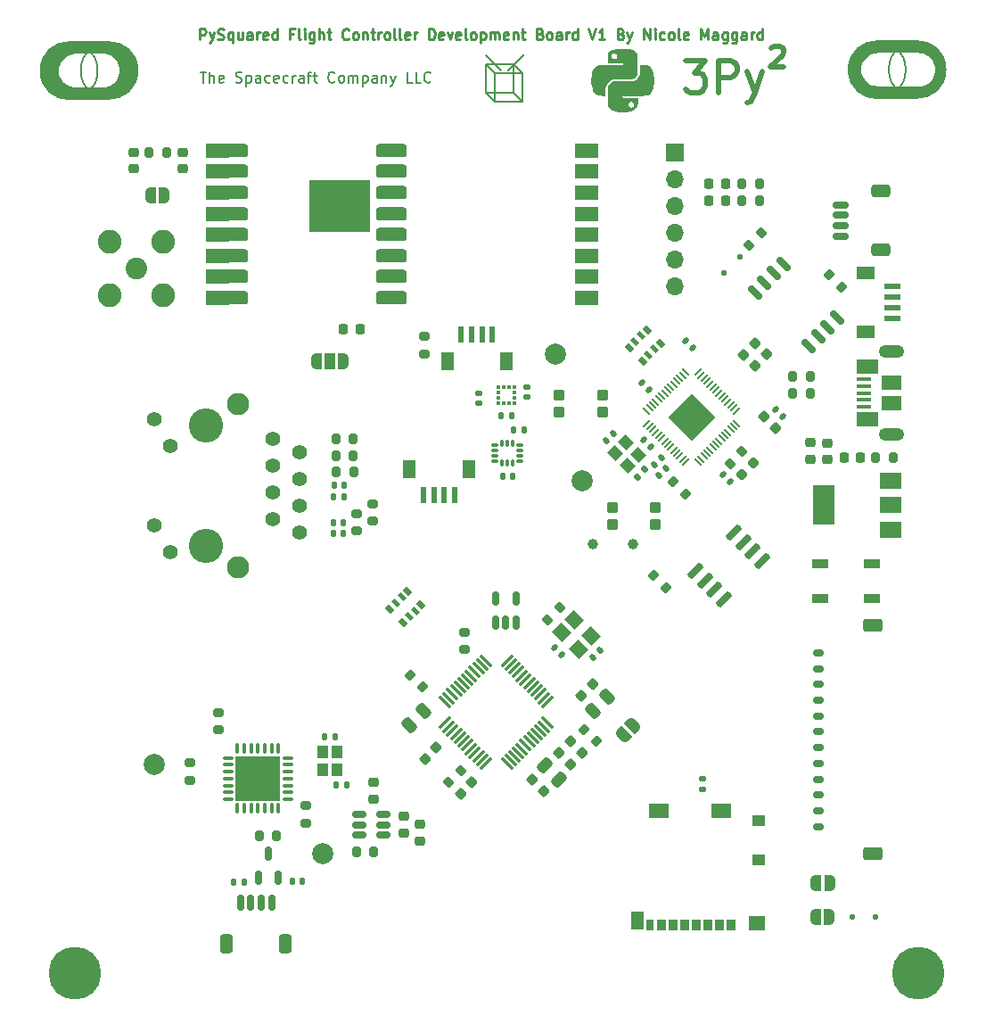
<source format=gbr>
%TF.GenerationSoftware,KiCad,Pcbnew,7.0.5*%
%TF.CreationDate,2023-08-02T13:43:56-07:00*%
%TF.ProjectId,flight_computer_dev_board_rfm98pw,666c6967-6874-45f6-936f-6d7075746572,rev?*%
%TF.SameCoordinates,Original*%
%TF.FileFunction,Soldermask,Top*%
%TF.FilePolarity,Negative*%
%FSLAX46Y46*%
G04 Gerber Fmt 4.6, Leading zero omitted, Abs format (unit mm)*
G04 Created by KiCad (PCBNEW 7.0.5) date 2023-08-02 13:43:56*
%MOMM*%
%LPD*%
G01*
G04 APERTURE LIST*
G04 Aperture macros list*
%AMRoundRect*
0 Rectangle with rounded corners*
0 $1 Rounding radius*
0 $2 $3 $4 $5 $6 $7 $8 $9 X,Y pos of 4 corners*
0 Add a 4 corners polygon primitive as box body*
4,1,4,$2,$3,$4,$5,$6,$7,$8,$9,$2,$3,0*
0 Add four circle primitives for the rounded corners*
1,1,$1+$1,$2,$3*
1,1,$1+$1,$4,$5*
1,1,$1+$1,$6,$7*
1,1,$1+$1,$8,$9*
0 Add four rect primitives between the rounded corners*
20,1,$1+$1,$2,$3,$4,$5,0*
20,1,$1+$1,$4,$5,$6,$7,0*
20,1,$1+$1,$6,$7,$8,$9,0*
20,1,$1+$1,$8,$9,$2,$3,0*%
%AMRotRect*
0 Rectangle, with rotation*
0 The origin of the aperture is its center*
0 $1 length*
0 $2 width*
0 $3 Rotation angle, in degrees counterclockwise*
0 Add horizontal line*
21,1,$1,$2,0,0,$3*%
%AMFreePoly0*
4,1,19,0.499999,-0.750000,0.000000,-0.750000,0.000000,-0.744912,-0.071157,-0.744911,-0.207708,-0.704816,-0.327430,-0.627875,-0.420627,-0.520320,-0.479746,-0.390866,-0.500000,-0.250000,-0.500000,0.250000,-0.479746,0.390866,-0.420627,0.520320,-0.327430,0.627875,-0.207708,0.704816,-0.071157,0.744911,0.000000,0.744912,0.000000,0.750000,0.499999,0.750000,0.499999,-0.750000,0.499999,-0.750000,
$1*%
%AMFreePoly1*
4,1,19,0.000000,0.744912,0.071157,0.744911,0.207708,0.704816,0.327430,0.627875,0.420627,0.520320,0.479746,0.390866,0.500000,0.250000,0.500000,-0.250000,0.479746,-0.390866,0.420627,-0.520320,0.327430,-0.627875,0.207708,-0.704816,0.071157,-0.744911,0.000000,-0.744912,0.000000,-0.750000,-0.499999,-0.750000,-0.499999,0.750000,0.000000,0.750000,0.000000,0.744912,0.000000,0.744912,
$1*%
%AMFreePoly2*
4,1,19,0.550000,-0.750000,0.000000,-0.750000,0.000000,-0.744911,-0.071157,-0.744911,-0.207708,-0.704816,-0.327430,-0.627875,-0.420627,-0.520320,-0.479746,-0.390866,-0.500000,-0.250000,-0.500000,0.250000,-0.479746,0.390866,-0.420627,0.520320,-0.327430,0.627875,-0.207708,0.704816,-0.071157,0.744911,0.000000,0.744911,0.000000,0.750000,0.550000,0.750000,0.550000,-0.750000,0.550000,-0.750000,
$1*%
%AMFreePoly3*
4,1,19,0.000000,0.744911,0.071157,0.744911,0.207708,0.704816,0.327430,0.627875,0.420627,0.520320,0.479746,0.390866,0.500000,0.250000,0.500000,-0.250000,0.479746,-0.390866,0.420627,-0.520320,0.327430,-0.627875,0.207708,-0.704816,0.071157,-0.744911,0.000000,-0.744911,0.000000,-0.750000,-0.550000,-0.750000,-0.550000,0.750000,0.000000,0.750000,0.000000,0.744911,0.000000,0.744911,
$1*%
G04 Aperture macros list end*
%ADD10C,0.200000*%
%ADD11C,0.150000*%
%ADD12C,0.500000*%
%ADD13C,0.250000*%
%ADD14RoundRect,0.075000X-0.437500X-0.075000X0.437500X-0.075000X0.437500X0.075000X-0.437500X0.075000X0*%
%ADD15RoundRect,0.075000X-0.075000X-0.437500X0.075000X-0.437500X0.075000X0.437500X-0.075000X0.437500X0*%
%ADD16R,4.250000X4.250000*%
%ADD17RoundRect,0.200000X-0.275000X0.200000X-0.275000X-0.200000X0.275000X-0.200000X0.275000X0.200000X0*%
%ADD18FreePoly0,225.000000*%
%ADD19FreePoly1,225.000000*%
%ADD20RoundRect,0.140000X0.140000X0.170000X-0.140000X0.170000X-0.140000X-0.170000X0.140000X-0.170000X0*%
%ADD21RoundRect,0.140000X-0.140000X-0.170000X0.140000X-0.170000X0.140000X0.170000X-0.140000X0.170000X0*%
%ADD22R,1.000000X1.150000*%
%ADD23RoundRect,0.150000X-0.512500X-0.150000X0.512500X-0.150000X0.512500X0.150000X-0.512500X0.150000X0*%
%ADD24C,2.000000*%
%ADD25RoundRect,0.200000X0.200000X0.275000X-0.200000X0.275000X-0.200000X-0.275000X0.200000X-0.275000X0*%
%ADD26RoundRect,0.200000X-0.200000X-0.275000X0.200000X-0.275000X0.200000X0.275000X-0.200000X0.275000X0*%
%ADD27RoundRect,0.200000X0.275000X-0.200000X0.275000X0.200000X-0.275000X0.200000X-0.275000X-0.200000X0*%
%ADD28FreePoly2,180.000000*%
%ADD29R,1.000000X1.500000*%
%ADD30FreePoly3,180.000000*%
%ADD31RoundRect,0.150000X-0.150000X-0.625000X0.150000X-0.625000X0.150000X0.625000X-0.150000X0.625000X0*%
%ADD32RoundRect,0.250000X-0.350000X-0.650000X0.350000X-0.650000X0.350000X0.650000X-0.350000X0.650000X0*%
%ADD33R,0.600000X1.550000*%
%ADD34R,1.200000X1.800000*%
%ADD35RoundRect,0.150000X0.150000X-0.512500X0.150000X0.512500X-0.150000X0.512500X-0.150000X-0.512500X0*%
%ADD36RoundRect,0.225000X-0.250000X0.225000X-0.250000X-0.225000X0.250000X-0.225000X0.250000X0.225000X0*%
%ADD37RoundRect,0.225000X0.250000X-0.225000X0.250000X0.225000X-0.250000X0.225000X-0.250000X-0.225000X0*%
%ADD38RoundRect,0.218750X0.026517X-0.335876X0.335876X-0.026517X-0.026517X0.335876X-0.335876X0.026517X0*%
%ADD39RotRect,0.800000X0.500000X135.000000*%
%ADD40RotRect,0.800000X0.400000X135.000000*%
%ADD41RoundRect,0.140000X-0.021213X0.219203X-0.219203X0.021213X0.021213X-0.219203X0.219203X-0.021213X0*%
%ADD42RoundRect,0.135000X0.185000X-0.135000X0.185000X0.135000X-0.185000X0.135000X-0.185000X-0.135000X0*%
%ADD43C,2.050000*%
%ADD44C,2.250000*%
%ADD45R,2.000000X1.500000*%
%ADD46R,2.000000X3.800000*%
%ADD47R,1.550000X0.600000*%
%ADD48R,1.800000X1.200000*%
%ADD49RoundRect,0.250000X0.159099X-0.512652X0.512652X-0.159099X-0.159099X0.512652X-0.512652X0.159099X0*%
%ADD50RoundRect,0.140000X0.021213X-0.219203X0.219203X-0.021213X-0.021213X0.219203X-0.219203X0.021213X0*%
%ADD51RoundRect,0.250000X0.512652X0.159099X0.159099X0.512652X-0.512652X-0.159099X-0.159099X-0.512652X0*%
%ADD52RoundRect,0.218750X0.218750X0.256250X-0.218750X0.256250X-0.218750X-0.256250X0.218750X-0.256250X0*%
%ADD53RoundRect,0.200000X-0.335876X-0.053033X-0.053033X-0.335876X0.335876X0.053033X0.053033X0.335876X0*%
%ADD54RoundRect,0.218750X-0.218750X-0.256250X0.218750X-0.256250X0.218750X0.256250X-0.218750X0.256250X0*%
%ADD55RoundRect,0.225000X-0.017678X0.335876X-0.335876X0.017678X0.017678X-0.335876X0.335876X-0.017678X0*%
%ADD56RoundRect,0.050800X-0.450000X-0.450000X0.450000X-0.450000X0.450000X0.450000X-0.450000X0.450000X0*%
%ADD57RoundRect,0.140000X-0.170000X0.140000X-0.170000X-0.140000X0.170000X-0.140000X0.170000X0.140000X0*%
%ADD58RoundRect,0.225000X0.017678X-0.335876X0.335876X-0.017678X-0.017678X0.335876X-0.335876X0.017678X0*%
%ADD59RotRect,1.400000X1.200000X315.000000*%
%ADD60RoundRect,0.135000X-0.035355X0.226274X-0.226274X0.035355X0.035355X-0.226274X0.226274X-0.035355X0*%
%ADD61RoundRect,0.225000X-0.335876X-0.017678X-0.017678X-0.335876X0.335876X0.017678X0.017678X0.335876X0*%
%ADD62RoundRect,0.200000X0.053033X-0.335876X0.335876X-0.053033X-0.053033X0.335876X-0.335876X0.053033X0*%
%ADD63RotRect,1.150000X1.000000X315.000000*%
%ADD64RoundRect,0.140000X0.219203X0.021213X0.021213X0.219203X-0.219203X-0.021213X-0.021213X-0.219203X0*%
%ADD65FreePoly0,0.000000*%
%ADD66FreePoly1,0.000000*%
%ADD67C,5.000000*%
%ADD68RoundRect,0.200000X0.335876X0.053033X0.053033X0.335876X-0.335876X-0.053033X-0.053033X-0.335876X0*%
%ADD69RoundRect,0.063500X1.000000X0.650000X-1.000000X0.650000X-1.000000X-0.650000X1.000000X-0.650000X0*%
%ADD70RoundRect,0.063500X2.849999X2.400000X-2.849999X2.400000X-2.849999X-2.400000X2.849999X-2.400000X0*%
%ADD71RoundRect,0.087500X-0.225000X-0.087500X0.225000X-0.087500X0.225000X0.087500X-0.225000X0.087500X0*%
%ADD72RoundRect,0.087500X-0.087500X-0.225000X0.087500X-0.225000X0.087500X0.225000X-0.087500X0.225000X0*%
%ADD73RoundRect,0.150000X-0.565685X0.353553X0.353553X-0.565685X0.565685X-0.353553X-0.353553X0.565685X0*%
%ADD74RoundRect,0.140000X-0.219203X-0.021213X-0.021213X-0.219203X0.219203X0.021213X0.021213X0.219203X0*%
%ADD75R,1.500000X0.900000*%
%ADD76RoundRect,0.125000X-0.125000X-0.125000X0.125000X-0.125000X0.125000X0.125000X-0.125000X0.125000X0*%
%ADD77RoundRect,0.125000X0.000000X-0.176777X0.176777X0.000000X0.000000X0.176777X-0.176777X0.000000X0*%
%ADD78R,0.850000X1.100000*%
%ADD79R,0.750000X1.100000*%
%ADD80R,1.200000X1.000000*%
%ADD81R,1.550000X1.350000*%
%ADD82R,1.900000X1.350000*%
%ADD83R,1.170000X1.800000*%
%ADD84RoundRect,0.150000X0.625000X-0.150000X0.625000X0.150000X-0.625000X0.150000X-0.625000X-0.150000X0*%
%ADD85RoundRect,0.250000X0.650000X-0.350000X0.650000X0.350000X-0.650000X0.350000X-0.650000X-0.350000X0*%
%ADD86RoundRect,0.050000X-0.309359X0.238649X0.238649X-0.309359X0.309359X-0.238649X-0.238649X0.309359X0*%
%ADD87RoundRect,0.050000X-0.309359X-0.238649X-0.238649X-0.309359X0.309359X0.238649X0.238649X0.309359X0*%
%ADD88RotRect,3.200000X3.200000X315.000000*%
%ADD89RoundRect,0.317500X1.157500X0.317500X-1.157500X0.317500X-1.157500X-0.317500X1.157500X-0.317500X0*%
%ADD90R,0.375000X0.350000*%
%ADD91R,0.350000X0.375000*%
%ADD92RoundRect,0.225000X0.225000X0.250000X-0.225000X0.250000X-0.225000X-0.250000X0.225000X-0.250000X0*%
%ADD93RoundRect,0.150000X0.350000X-0.150000X0.350000X0.150000X-0.350000X0.150000X-0.350000X-0.150000X0*%
%ADD94RoundRect,0.250000X0.650000X-0.375000X0.650000X0.375000X-0.650000X0.375000X-0.650000X-0.375000X0*%
%ADD95RoundRect,0.150000X0.406586X0.618718X-0.618718X-0.406586X-0.406586X-0.618718X0.618718X0.406586X0*%
%ADD96RoundRect,0.200000X-0.053033X0.335876X-0.335876X0.053033X0.053033X-0.335876X0.335876X-0.053033X0*%
%ADD97RoundRect,0.225000X0.335876X0.017678X0.017678X0.335876X-0.335876X-0.017678X-0.017678X-0.335876X0*%
%ADD98R,1.380000X0.450000*%
%ADD99O,2.416000X1.208000*%
%ADD100R,2.100000X1.475000*%
%ADD101R,1.900000X1.375000*%
%ADD102RoundRect,0.075000X-0.415425X-0.521491X0.521491X0.415425X0.415425X0.521491X-0.521491X-0.415425X0*%
%ADD103RoundRect,0.075000X0.415425X-0.521491X0.521491X-0.415425X-0.415425X0.521491X-0.521491X0.415425X0*%
%ADD104R,1.700000X1.700000*%
%ADD105O,1.700000X1.700000*%
%ADD106C,1.000000*%
%ADD107C,2.108200*%
%ADD108C,1.397000*%
%ADD109C,3.251200*%
G04 APERTURE END LIST*
D10*
X187840000Y-52410000D02*
X186360000Y-50930000D01*
D11*
X153291978Y-52405459D02*
G75*
G03*
X153291978Y-52405459I-2692408J0D01*
G01*
D10*
X189040000Y-51820000D02*
X186340000Y-51820000D01*
X186340000Y-51820000D02*
X187190000Y-52670000D01*
X186340000Y-54520000D02*
X189040000Y-54520000D01*
X189040000Y-54520000D02*
X189040000Y-51820000D01*
D11*
X146799570Y-55127504D02*
X150599570Y-55134011D01*
D10*
X189040000Y-54520000D02*
X189890000Y-55370000D01*
X186340000Y-54520000D02*
X186340000Y-51820000D01*
D11*
X223543845Y-55035798D02*
X227343845Y-55042305D01*
X149506967Y-52430757D02*
G75*
G03*
X149506967Y-52430757I-2707397J0D01*
G01*
X230036253Y-52313753D02*
G75*
G03*
X230036253Y-52313753I-2692408J0D01*
G01*
X227393845Y-49635798D02*
X223593845Y-49642305D01*
X150649570Y-49727504D02*
X146849570Y-49734011D01*
D10*
X189890000Y-55370000D02*
X189890000Y-52670000D01*
X189040000Y-51820000D02*
X189890000Y-52670000D01*
X187190000Y-52670000D02*
X187190000Y-55370000D01*
X187190000Y-55370000D02*
X186340000Y-54520000D01*
X189890000Y-52670000D02*
X187190000Y-52670000D01*
X187190000Y-55370000D02*
X189890000Y-55370000D01*
X188520000Y-52390000D02*
X189990000Y-50920000D01*
D11*
X226251242Y-52339051D02*
G75*
G03*
X226251242Y-52339051I-2707397J0D01*
G01*
D12*
X213498571Y-50289714D02*
X213593809Y-50194476D01*
X213593809Y-50194476D02*
X213784285Y-50099238D01*
X213784285Y-50099238D02*
X214260476Y-50099238D01*
X214260476Y-50099238D02*
X214450952Y-50194476D01*
X214450952Y-50194476D02*
X214546190Y-50289714D01*
X214546190Y-50289714D02*
X214641428Y-50480190D01*
X214641428Y-50480190D02*
X214641428Y-50670666D01*
X214641428Y-50670666D02*
X214546190Y-50956380D01*
X214546190Y-50956380D02*
X213403333Y-52099238D01*
X213403333Y-52099238D02*
X214641428Y-52099238D01*
X205367143Y-51481857D02*
X207224286Y-51481857D01*
X207224286Y-51481857D02*
X206224286Y-52624714D01*
X206224286Y-52624714D02*
X206652857Y-52624714D01*
X206652857Y-52624714D02*
X206938572Y-52767571D01*
X206938572Y-52767571D02*
X207081429Y-52910428D01*
X207081429Y-52910428D02*
X207224286Y-53196142D01*
X207224286Y-53196142D02*
X207224286Y-53910428D01*
X207224286Y-53910428D02*
X207081429Y-54196142D01*
X207081429Y-54196142D02*
X206938572Y-54339000D01*
X206938572Y-54339000D02*
X206652857Y-54481857D01*
X206652857Y-54481857D02*
X205795714Y-54481857D01*
X205795714Y-54481857D02*
X205510000Y-54339000D01*
X205510000Y-54339000D02*
X205367143Y-54196142D01*
X208510000Y-54481857D02*
X208510000Y-51481857D01*
X208510000Y-51481857D02*
X209652857Y-51481857D01*
X209652857Y-51481857D02*
X209938572Y-51624714D01*
X209938572Y-51624714D02*
X210081429Y-51767571D01*
X210081429Y-51767571D02*
X210224286Y-52053285D01*
X210224286Y-52053285D02*
X210224286Y-52481857D01*
X210224286Y-52481857D02*
X210081429Y-52767571D01*
X210081429Y-52767571D02*
X209938572Y-52910428D01*
X209938572Y-52910428D02*
X209652857Y-53053285D01*
X209652857Y-53053285D02*
X208510000Y-53053285D01*
X211224286Y-52481857D02*
X211938572Y-54481857D01*
X212652857Y-52481857D02*
X211938572Y-54481857D01*
X211938572Y-54481857D02*
X211652857Y-55196142D01*
X211652857Y-55196142D02*
X211510000Y-55339000D01*
X211510000Y-55339000D02*
X211224286Y-55481857D01*
D11*
X159263922Y-52559819D02*
X159835350Y-52559819D01*
X159549636Y-53559819D02*
X159549636Y-52559819D01*
X160168684Y-53559819D02*
X160168684Y-52559819D01*
X160597255Y-53559819D02*
X160597255Y-53036009D01*
X160597255Y-53036009D02*
X160549636Y-52940771D01*
X160549636Y-52940771D02*
X160454398Y-52893152D01*
X160454398Y-52893152D02*
X160311541Y-52893152D01*
X160311541Y-52893152D02*
X160216303Y-52940771D01*
X160216303Y-52940771D02*
X160168684Y-52988390D01*
X161454398Y-53512200D02*
X161359160Y-53559819D01*
X161359160Y-53559819D02*
X161168684Y-53559819D01*
X161168684Y-53559819D02*
X161073446Y-53512200D01*
X161073446Y-53512200D02*
X161025827Y-53416961D01*
X161025827Y-53416961D02*
X161025827Y-53036009D01*
X161025827Y-53036009D02*
X161073446Y-52940771D01*
X161073446Y-52940771D02*
X161168684Y-52893152D01*
X161168684Y-52893152D02*
X161359160Y-52893152D01*
X161359160Y-52893152D02*
X161454398Y-52940771D01*
X161454398Y-52940771D02*
X161502017Y-53036009D01*
X161502017Y-53036009D02*
X161502017Y-53131247D01*
X161502017Y-53131247D02*
X161025827Y-53226485D01*
X162644875Y-53512200D02*
X162787732Y-53559819D01*
X162787732Y-53559819D02*
X163025827Y-53559819D01*
X163025827Y-53559819D02*
X163121065Y-53512200D01*
X163121065Y-53512200D02*
X163168684Y-53464580D01*
X163168684Y-53464580D02*
X163216303Y-53369342D01*
X163216303Y-53369342D02*
X163216303Y-53274104D01*
X163216303Y-53274104D02*
X163168684Y-53178866D01*
X163168684Y-53178866D02*
X163121065Y-53131247D01*
X163121065Y-53131247D02*
X163025827Y-53083628D01*
X163025827Y-53083628D02*
X162835351Y-53036009D01*
X162835351Y-53036009D02*
X162740113Y-52988390D01*
X162740113Y-52988390D02*
X162692494Y-52940771D01*
X162692494Y-52940771D02*
X162644875Y-52845533D01*
X162644875Y-52845533D02*
X162644875Y-52750295D01*
X162644875Y-52750295D02*
X162692494Y-52655057D01*
X162692494Y-52655057D02*
X162740113Y-52607438D01*
X162740113Y-52607438D02*
X162835351Y-52559819D01*
X162835351Y-52559819D02*
X163073446Y-52559819D01*
X163073446Y-52559819D02*
X163216303Y-52607438D01*
X163644875Y-52893152D02*
X163644875Y-53893152D01*
X163644875Y-52940771D02*
X163740113Y-52893152D01*
X163740113Y-52893152D02*
X163930589Y-52893152D01*
X163930589Y-52893152D02*
X164025827Y-52940771D01*
X164025827Y-52940771D02*
X164073446Y-52988390D01*
X164073446Y-52988390D02*
X164121065Y-53083628D01*
X164121065Y-53083628D02*
X164121065Y-53369342D01*
X164121065Y-53369342D02*
X164073446Y-53464580D01*
X164073446Y-53464580D02*
X164025827Y-53512200D01*
X164025827Y-53512200D02*
X163930589Y-53559819D01*
X163930589Y-53559819D02*
X163740113Y-53559819D01*
X163740113Y-53559819D02*
X163644875Y-53512200D01*
X164978208Y-53559819D02*
X164978208Y-53036009D01*
X164978208Y-53036009D02*
X164930589Y-52940771D01*
X164930589Y-52940771D02*
X164835351Y-52893152D01*
X164835351Y-52893152D02*
X164644875Y-52893152D01*
X164644875Y-52893152D02*
X164549637Y-52940771D01*
X164978208Y-53512200D02*
X164882970Y-53559819D01*
X164882970Y-53559819D02*
X164644875Y-53559819D01*
X164644875Y-53559819D02*
X164549637Y-53512200D01*
X164549637Y-53512200D02*
X164502018Y-53416961D01*
X164502018Y-53416961D02*
X164502018Y-53321723D01*
X164502018Y-53321723D02*
X164549637Y-53226485D01*
X164549637Y-53226485D02*
X164644875Y-53178866D01*
X164644875Y-53178866D02*
X164882970Y-53178866D01*
X164882970Y-53178866D02*
X164978208Y-53131247D01*
X165882970Y-53512200D02*
X165787732Y-53559819D01*
X165787732Y-53559819D02*
X165597256Y-53559819D01*
X165597256Y-53559819D02*
X165502018Y-53512200D01*
X165502018Y-53512200D02*
X165454399Y-53464580D01*
X165454399Y-53464580D02*
X165406780Y-53369342D01*
X165406780Y-53369342D02*
X165406780Y-53083628D01*
X165406780Y-53083628D02*
X165454399Y-52988390D01*
X165454399Y-52988390D02*
X165502018Y-52940771D01*
X165502018Y-52940771D02*
X165597256Y-52893152D01*
X165597256Y-52893152D02*
X165787732Y-52893152D01*
X165787732Y-52893152D02*
X165882970Y-52940771D01*
X166692494Y-53512200D02*
X166597256Y-53559819D01*
X166597256Y-53559819D02*
X166406780Y-53559819D01*
X166406780Y-53559819D02*
X166311542Y-53512200D01*
X166311542Y-53512200D02*
X166263923Y-53416961D01*
X166263923Y-53416961D02*
X166263923Y-53036009D01*
X166263923Y-53036009D02*
X166311542Y-52940771D01*
X166311542Y-52940771D02*
X166406780Y-52893152D01*
X166406780Y-52893152D02*
X166597256Y-52893152D01*
X166597256Y-52893152D02*
X166692494Y-52940771D01*
X166692494Y-52940771D02*
X166740113Y-53036009D01*
X166740113Y-53036009D02*
X166740113Y-53131247D01*
X166740113Y-53131247D02*
X166263923Y-53226485D01*
X167597256Y-53512200D02*
X167502018Y-53559819D01*
X167502018Y-53559819D02*
X167311542Y-53559819D01*
X167311542Y-53559819D02*
X167216304Y-53512200D01*
X167216304Y-53512200D02*
X167168685Y-53464580D01*
X167168685Y-53464580D02*
X167121066Y-53369342D01*
X167121066Y-53369342D02*
X167121066Y-53083628D01*
X167121066Y-53083628D02*
X167168685Y-52988390D01*
X167168685Y-52988390D02*
X167216304Y-52940771D01*
X167216304Y-52940771D02*
X167311542Y-52893152D01*
X167311542Y-52893152D02*
X167502018Y-52893152D01*
X167502018Y-52893152D02*
X167597256Y-52940771D01*
X168025828Y-53559819D02*
X168025828Y-52893152D01*
X168025828Y-53083628D02*
X168073447Y-52988390D01*
X168073447Y-52988390D02*
X168121066Y-52940771D01*
X168121066Y-52940771D02*
X168216304Y-52893152D01*
X168216304Y-52893152D02*
X168311542Y-52893152D01*
X169073447Y-53559819D02*
X169073447Y-53036009D01*
X169073447Y-53036009D02*
X169025828Y-52940771D01*
X169025828Y-52940771D02*
X168930590Y-52893152D01*
X168930590Y-52893152D02*
X168740114Y-52893152D01*
X168740114Y-52893152D02*
X168644876Y-52940771D01*
X169073447Y-53512200D02*
X168978209Y-53559819D01*
X168978209Y-53559819D02*
X168740114Y-53559819D01*
X168740114Y-53559819D02*
X168644876Y-53512200D01*
X168644876Y-53512200D02*
X168597257Y-53416961D01*
X168597257Y-53416961D02*
X168597257Y-53321723D01*
X168597257Y-53321723D02*
X168644876Y-53226485D01*
X168644876Y-53226485D02*
X168740114Y-53178866D01*
X168740114Y-53178866D02*
X168978209Y-53178866D01*
X168978209Y-53178866D02*
X169073447Y-53131247D01*
X169406781Y-52893152D02*
X169787733Y-52893152D01*
X169549638Y-53559819D02*
X169549638Y-52702676D01*
X169549638Y-52702676D02*
X169597257Y-52607438D01*
X169597257Y-52607438D02*
X169692495Y-52559819D01*
X169692495Y-52559819D02*
X169787733Y-52559819D01*
X169978210Y-52893152D02*
X170359162Y-52893152D01*
X170121067Y-52559819D02*
X170121067Y-53416961D01*
X170121067Y-53416961D02*
X170168686Y-53512200D01*
X170168686Y-53512200D02*
X170263924Y-53559819D01*
X170263924Y-53559819D02*
X170359162Y-53559819D01*
X172025829Y-53464580D02*
X171978210Y-53512200D01*
X171978210Y-53512200D02*
X171835353Y-53559819D01*
X171835353Y-53559819D02*
X171740115Y-53559819D01*
X171740115Y-53559819D02*
X171597258Y-53512200D01*
X171597258Y-53512200D02*
X171502020Y-53416961D01*
X171502020Y-53416961D02*
X171454401Y-53321723D01*
X171454401Y-53321723D02*
X171406782Y-53131247D01*
X171406782Y-53131247D02*
X171406782Y-52988390D01*
X171406782Y-52988390D02*
X171454401Y-52797914D01*
X171454401Y-52797914D02*
X171502020Y-52702676D01*
X171502020Y-52702676D02*
X171597258Y-52607438D01*
X171597258Y-52607438D02*
X171740115Y-52559819D01*
X171740115Y-52559819D02*
X171835353Y-52559819D01*
X171835353Y-52559819D02*
X171978210Y-52607438D01*
X171978210Y-52607438D02*
X172025829Y-52655057D01*
X172597258Y-53559819D02*
X172502020Y-53512200D01*
X172502020Y-53512200D02*
X172454401Y-53464580D01*
X172454401Y-53464580D02*
X172406782Y-53369342D01*
X172406782Y-53369342D02*
X172406782Y-53083628D01*
X172406782Y-53083628D02*
X172454401Y-52988390D01*
X172454401Y-52988390D02*
X172502020Y-52940771D01*
X172502020Y-52940771D02*
X172597258Y-52893152D01*
X172597258Y-52893152D02*
X172740115Y-52893152D01*
X172740115Y-52893152D02*
X172835353Y-52940771D01*
X172835353Y-52940771D02*
X172882972Y-52988390D01*
X172882972Y-52988390D02*
X172930591Y-53083628D01*
X172930591Y-53083628D02*
X172930591Y-53369342D01*
X172930591Y-53369342D02*
X172882972Y-53464580D01*
X172882972Y-53464580D02*
X172835353Y-53512200D01*
X172835353Y-53512200D02*
X172740115Y-53559819D01*
X172740115Y-53559819D02*
X172597258Y-53559819D01*
X173359163Y-53559819D02*
X173359163Y-52893152D01*
X173359163Y-52988390D02*
X173406782Y-52940771D01*
X173406782Y-52940771D02*
X173502020Y-52893152D01*
X173502020Y-52893152D02*
X173644877Y-52893152D01*
X173644877Y-52893152D02*
X173740115Y-52940771D01*
X173740115Y-52940771D02*
X173787734Y-53036009D01*
X173787734Y-53036009D02*
X173787734Y-53559819D01*
X173787734Y-53036009D02*
X173835353Y-52940771D01*
X173835353Y-52940771D02*
X173930591Y-52893152D01*
X173930591Y-52893152D02*
X174073448Y-52893152D01*
X174073448Y-52893152D02*
X174168687Y-52940771D01*
X174168687Y-52940771D02*
X174216306Y-53036009D01*
X174216306Y-53036009D02*
X174216306Y-53559819D01*
X174692496Y-52893152D02*
X174692496Y-53893152D01*
X174692496Y-52940771D02*
X174787734Y-52893152D01*
X174787734Y-52893152D02*
X174978210Y-52893152D01*
X174978210Y-52893152D02*
X175073448Y-52940771D01*
X175073448Y-52940771D02*
X175121067Y-52988390D01*
X175121067Y-52988390D02*
X175168686Y-53083628D01*
X175168686Y-53083628D02*
X175168686Y-53369342D01*
X175168686Y-53369342D02*
X175121067Y-53464580D01*
X175121067Y-53464580D02*
X175073448Y-53512200D01*
X175073448Y-53512200D02*
X174978210Y-53559819D01*
X174978210Y-53559819D02*
X174787734Y-53559819D01*
X174787734Y-53559819D02*
X174692496Y-53512200D01*
X176025829Y-53559819D02*
X176025829Y-53036009D01*
X176025829Y-53036009D02*
X175978210Y-52940771D01*
X175978210Y-52940771D02*
X175882972Y-52893152D01*
X175882972Y-52893152D02*
X175692496Y-52893152D01*
X175692496Y-52893152D02*
X175597258Y-52940771D01*
X176025829Y-53512200D02*
X175930591Y-53559819D01*
X175930591Y-53559819D02*
X175692496Y-53559819D01*
X175692496Y-53559819D02*
X175597258Y-53512200D01*
X175597258Y-53512200D02*
X175549639Y-53416961D01*
X175549639Y-53416961D02*
X175549639Y-53321723D01*
X175549639Y-53321723D02*
X175597258Y-53226485D01*
X175597258Y-53226485D02*
X175692496Y-53178866D01*
X175692496Y-53178866D02*
X175930591Y-53178866D01*
X175930591Y-53178866D02*
X176025829Y-53131247D01*
X176502020Y-52893152D02*
X176502020Y-53559819D01*
X176502020Y-52988390D02*
X176549639Y-52940771D01*
X176549639Y-52940771D02*
X176644877Y-52893152D01*
X176644877Y-52893152D02*
X176787734Y-52893152D01*
X176787734Y-52893152D02*
X176882972Y-52940771D01*
X176882972Y-52940771D02*
X176930591Y-53036009D01*
X176930591Y-53036009D02*
X176930591Y-53559819D01*
X177311544Y-52893152D02*
X177549639Y-53559819D01*
X177787734Y-52893152D02*
X177549639Y-53559819D01*
X177549639Y-53559819D02*
X177454401Y-53797914D01*
X177454401Y-53797914D02*
X177406782Y-53845533D01*
X177406782Y-53845533D02*
X177311544Y-53893152D01*
X179406782Y-53559819D02*
X178930592Y-53559819D01*
X178930592Y-53559819D02*
X178930592Y-52559819D01*
X180216306Y-53559819D02*
X179740116Y-53559819D01*
X179740116Y-53559819D02*
X179740116Y-52559819D01*
X181121068Y-53464580D02*
X181073449Y-53512200D01*
X181073449Y-53512200D02*
X180930592Y-53559819D01*
X180930592Y-53559819D02*
X180835354Y-53559819D01*
X180835354Y-53559819D02*
X180692497Y-53512200D01*
X180692497Y-53512200D02*
X180597259Y-53416961D01*
X180597259Y-53416961D02*
X180549640Y-53321723D01*
X180549640Y-53321723D02*
X180502021Y-53131247D01*
X180502021Y-53131247D02*
X180502021Y-52988390D01*
X180502021Y-52988390D02*
X180549640Y-52797914D01*
X180549640Y-52797914D02*
X180597259Y-52702676D01*
X180597259Y-52702676D02*
X180692497Y-52607438D01*
X180692497Y-52607438D02*
X180835354Y-52559819D01*
X180835354Y-52559819D02*
X180930592Y-52559819D01*
X180930592Y-52559819D02*
X181073449Y-52607438D01*
X181073449Y-52607438D02*
X181121068Y-52655057D01*
D13*
X159205709Y-49464619D02*
X159205709Y-48464619D01*
X159205709Y-48464619D02*
X159586661Y-48464619D01*
X159586661Y-48464619D02*
X159681899Y-48512238D01*
X159681899Y-48512238D02*
X159729518Y-48559857D01*
X159729518Y-48559857D02*
X159777137Y-48655095D01*
X159777137Y-48655095D02*
X159777137Y-48797952D01*
X159777137Y-48797952D02*
X159729518Y-48893190D01*
X159729518Y-48893190D02*
X159681899Y-48940809D01*
X159681899Y-48940809D02*
X159586661Y-48988428D01*
X159586661Y-48988428D02*
X159205709Y-48988428D01*
X160110471Y-48797952D02*
X160348566Y-49464619D01*
X160586661Y-48797952D02*
X160348566Y-49464619D01*
X160348566Y-49464619D02*
X160253328Y-49702714D01*
X160253328Y-49702714D02*
X160205709Y-49750333D01*
X160205709Y-49750333D02*
X160110471Y-49797952D01*
X160919995Y-49417000D02*
X161062852Y-49464619D01*
X161062852Y-49464619D02*
X161300947Y-49464619D01*
X161300947Y-49464619D02*
X161396185Y-49417000D01*
X161396185Y-49417000D02*
X161443804Y-49369380D01*
X161443804Y-49369380D02*
X161491423Y-49274142D01*
X161491423Y-49274142D02*
X161491423Y-49178904D01*
X161491423Y-49178904D02*
X161443804Y-49083666D01*
X161443804Y-49083666D02*
X161396185Y-49036047D01*
X161396185Y-49036047D02*
X161300947Y-48988428D01*
X161300947Y-48988428D02*
X161110471Y-48940809D01*
X161110471Y-48940809D02*
X161015233Y-48893190D01*
X161015233Y-48893190D02*
X160967614Y-48845571D01*
X160967614Y-48845571D02*
X160919995Y-48750333D01*
X160919995Y-48750333D02*
X160919995Y-48655095D01*
X160919995Y-48655095D02*
X160967614Y-48559857D01*
X160967614Y-48559857D02*
X161015233Y-48512238D01*
X161015233Y-48512238D02*
X161110471Y-48464619D01*
X161110471Y-48464619D02*
X161348566Y-48464619D01*
X161348566Y-48464619D02*
X161491423Y-48512238D01*
X162348566Y-48797952D02*
X162348566Y-49797952D01*
X162348566Y-49417000D02*
X162253328Y-49464619D01*
X162253328Y-49464619D02*
X162062852Y-49464619D01*
X162062852Y-49464619D02*
X161967614Y-49417000D01*
X161967614Y-49417000D02*
X161919995Y-49369380D01*
X161919995Y-49369380D02*
X161872376Y-49274142D01*
X161872376Y-49274142D02*
X161872376Y-48988428D01*
X161872376Y-48988428D02*
X161919995Y-48893190D01*
X161919995Y-48893190D02*
X161967614Y-48845571D01*
X161967614Y-48845571D02*
X162062852Y-48797952D01*
X162062852Y-48797952D02*
X162253328Y-48797952D01*
X162253328Y-48797952D02*
X162348566Y-48845571D01*
X163253328Y-48797952D02*
X163253328Y-49464619D01*
X162824757Y-48797952D02*
X162824757Y-49321761D01*
X162824757Y-49321761D02*
X162872376Y-49417000D01*
X162872376Y-49417000D02*
X162967614Y-49464619D01*
X162967614Y-49464619D02*
X163110471Y-49464619D01*
X163110471Y-49464619D02*
X163205709Y-49417000D01*
X163205709Y-49417000D02*
X163253328Y-49369380D01*
X164158090Y-49464619D02*
X164158090Y-48940809D01*
X164158090Y-48940809D02*
X164110471Y-48845571D01*
X164110471Y-48845571D02*
X164015233Y-48797952D01*
X164015233Y-48797952D02*
X163824757Y-48797952D01*
X163824757Y-48797952D02*
X163729519Y-48845571D01*
X164158090Y-49417000D02*
X164062852Y-49464619D01*
X164062852Y-49464619D02*
X163824757Y-49464619D01*
X163824757Y-49464619D02*
X163729519Y-49417000D01*
X163729519Y-49417000D02*
X163681900Y-49321761D01*
X163681900Y-49321761D02*
X163681900Y-49226523D01*
X163681900Y-49226523D02*
X163729519Y-49131285D01*
X163729519Y-49131285D02*
X163824757Y-49083666D01*
X163824757Y-49083666D02*
X164062852Y-49083666D01*
X164062852Y-49083666D02*
X164158090Y-49036047D01*
X164634281Y-49464619D02*
X164634281Y-48797952D01*
X164634281Y-48988428D02*
X164681900Y-48893190D01*
X164681900Y-48893190D02*
X164729519Y-48845571D01*
X164729519Y-48845571D02*
X164824757Y-48797952D01*
X164824757Y-48797952D02*
X164919995Y-48797952D01*
X165634281Y-49417000D02*
X165539043Y-49464619D01*
X165539043Y-49464619D02*
X165348567Y-49464619D01*
X165348567Y-49464619D02*
X165253329Y-49417000D01*
X165253329Y-49417000D02*
X165205710Y-49321761D01*
X165205710Y-49321761D02*
X165205710Y-48940809D01*
X165205710Y-48940809D02*
X165253329Y-48845571D01*
X165253329Y-48845571D02*
X165348567Y-48797952D01*
X165348567Y-48797952D02*
X165539043Y-48797952D01*
X165539043Y-48797952D02*
X165634281Y-48845571D01*
X165634281Y-48845571D02*
X165681900Y-48940809D01*
X165681900Y-48940809D02*
X165681900Y-49036047D01*
X165681900Y-49036047D02*
X165205710Y-49131285D01*
X166539043Y-49464619D02*
X166539043Y-48464619D01*
X166539043Y-49417000D02*
X166443805Y-49464619D01*
X166443805Y-49464619D02*
X166253329Y-49464619D01*
X166253329Y-49464619D02*
X166158091Y-49417000D01*
X166158091Y-49417000D02*
X166110472Y-49369380D01*
X166110472Y-49369380D02*
X166062853Y-49274142D01*
X166062853Y-49274142D02*
X166062853Y-48988428D01*
X166062853Y-48988428D02*
X166110472Y-48893190D01*
X166110472Y-48893190D02*
X166158091Y-48845571D01*
X166158091Y-48845571D02*
X166253329Y-48797952D01*
X166253329Y-48797952D02*
X166443805Y-48797952D01*
X166443805Y-48797952D02*
X166539043Y-48845571D01*
X168110472Y-48940809D02*
X167777139Y-48940809D01*
X167777139Y-49464619D02*
X167777139Y-48464619D01*
X167777139Y-48464619D02*
X168253329Y-48464619D01*
X168777139Y-49464619D02*
X168681901Y-49417000D01*
X168681901Y-49417000D02*
X168634282Y-49321761D01*
X168634282Y-49321761D02*
X168634282Y-48464619D01*
X169158092Y-49464619D02*
X169158092Y-48797952D01*
X169158092Y-48464619D02*
X169110473Y-48512238D01*
X169110473Y-48512238D02*
X169158092Y-48559857D01*
X169158092Y-48559857D02*
X169205711Y-48512238D01*
X169205711Y-48512238D02*
X169158092Y-48464619D01*
X169158092Y-48464619D02*
X169158092Y-48559857D01*
X170062853Y-48797952D02*
X170062853Y-49607476D01*
X170062853Y-49607476D02*
X170015234Y-49702714D01*
X170015234Y-49702714D02*
X169967615Y-49750333D01*
X169967615Y-49750333D02*
X169872377Y-49797952D01*
X169872377Y-49797952D02*
X169729520Y-49797952D01*
X169729520Y-49797952D02*
X169634282Y-49750333D01*
X170062853Y-49417000D02*
X169967615Y-49464619D01*
X169967615Y-49464619D02*
X169777139Y-49464619D01*
X169777139Y-49464619D02*
X169681901Y-49417000D01*
X169681901Y-49417000D02*
X169634282Y-49369380D01*
X169634282Y-49369380D02*
X169586663Y-49274142D01*
X169586663Y-49274142D02*
X169586663Y-48988428D01*
X169586663Y-48988428D02*
X169634282Y-48893190D01*
X169634282Y-48893190D02*
X169681901Y-48845571D01*
X169681901Y-48845571D02*
X169777139Y-48797952D01*
X169777139Y-48797952D02*
X169967615Y-48797952D01*
X169967615Y-48797952D02*
X170062853Y-48845571D01*
X170539044Y-49464619D02*
X170539044Y-48464619D01*
X170967615Y-49464619D02*
X170967615Y-48940809D01*
X170967615Y-48940809D02*
X170919996Y-48845571D01*
X170919996Y-48845571D02*
X170824758Y-48797952D01*
X170824758Y-48797952D02*
X170681901Y-48797952D01*
X170681901Y-48797952D02*
X170586663Y-48845571D01*
X170586663Y-48845571D02*
X170539044Y-48893190D01*
X171300949Y-48797952D02*
X171681901Y-48797952D01*
X171443806Y-48464619D02*
X171443806Y-49321761D01*
X171443806Y-49321761D02*
X171491425Y-49417000D01*
X171491425Y-49417000D02*
X171586663Y-49464619D01*
X171586663Y-49464619D02*
X171681901Y-49464619D01*
X173348568Y-49369380D02*
X173300949Y-49417000D01*
X173300949Y-49417000D02*
X173158092Y-49464619D01*
X173158092Y-49464619D02*
X173062854Y-49464619D01*
X173062854Y-49464619D02*
X172919997Y-49417000D01*
X172919997Y-49417000D02*
X172824759Y-49321761D01*
X172824759Y-49321761D02*
X172777140Y-49226523D01*
X172777140Y-49226523D02*
X172729521Y-49036047D01*
X172729521Y-49036047D02*
X172729521Y-48893190D01*
X172729521Y-48893190D02*
X172777140Y-48702714D01*
X172777140Y-48702714D02*
X172824759Y-48607476D01*
X172824759Y-48607476D02*
X172919997Y-48512238D01*
X172919997Y-48512238D02*
X173062854Y-48464619D01*
X173062854Y-48464619D02*
X173158092Y-48464619D01*
X173158092Y-48464619D02*
X173300949Y-48512238D01*
X173300949Y-48512238D02*
X173348568Y-48559857D01*
X173919997Y-49464619D02*
X173824759Y-49417000D01*
X173824759Y-49417000D02*
X173777140Y-49369380D01*
X173777140Y-49369380D02*
X173729521Y-49274142D01*
X173729521Y-49274142D02*
X173729521Y-48988428D01*
X173729521Y-48988428D02*
X173777140Y-48893190D01*
X173777140Y-48893190D02*
X173824759Y-48845571D01*
X173824759Y-48845571D02*
X173919997Y-48797952D01*
X173919997Y-48797952D02*
X174062854Y-48797952D01*
X174062854Y-48797952D02*
X174158092Y-48845571D01*
X174158092Y-48845571D02*
X174205711Y-48893190D01*
X174205711Y-48893190D02*
X174253330Y-48988428D01*
X174253330Y-48988428D02*
X174253330Y-49274142D01*
X174253330Y-49274142D02*
X174205711Y-49369380D01*
X174205711Y-49369380D02*
X174158092Y-49417000D01*
X174158092Y-49417000D02*
X174062854Y-49464619D01*
X174062854Y-49464619D02*
X173919997Y-49464619D01*
X174681902Y-48797952D02*
X174681902Y-49464619D01*
X174681902Y-48893190D02*
X174729521Y-48845571D01*
X174729521Y-48845571D02*
X174824759Y-48797952D01*
X174824759Y-48797952D02*
X174967616Y-48797952D01*
X174967616Y-48797952D02*
X175062854Y-48845571D01*
X175062854Y-48845571D02*
X175110473Y-48940809D01*
X175110473Y-48940809D02*
X175110473Y-49464619D01*
X175443807Y-48797952D02*
X175824759Y-48797952D01*
X175586664Y-48464619D02*
X175586664Y-49321761D01*
X175586664Y-49321761D02*
X175634283Y-49417000D01*
X175634283Y-49417000D02*
X175729521Y-49464619D01*
X175729521Y-49464619D02*
X175824759Y-49464619D01*
X176158093Y-49464619D02*
X176158093Y-48797952D01*
X176158093Y-48988428D02*
X176205712Y-48893190D01*
X176205712Y-48893190D02*
X176253331Y-48845571D01*
X176253331Y-48845571D02*
X176348569Y-48797952D01*
X176348569Y-48797952D02*
X176443807Y-48797952D01*
X176919998Y-49464619D02*
X176824760Y-49417000D01*
X176824760Y-49417000D02*
X176777141Y-49369380D01*
X176777141Y-49369380D02*
X176729522Y-49274142D01*
X176729522Y-49274142D02*
X176729522Y-48988428D01*
X176729522Y-48988428D02*
X176777141Y-48893190D01*
X176777141Y-48893190D02*
X176824760Y-48845571D01*
X176824760Y-48845571D02*
X176919998Y-48797952D01*
X176919998Y-48797952D02*
X177062855Y-48797952D01*
X177062855Y-48797952D02*
X177158093Y-48845571D01*
X177158093Y-48845571D02*
X177205712Y-48893190D01*
X177205712Y-48893190D02*
X177253331Y-48988428D01*
X177253331Y-48988428D02*
X177253331Y-49274142D01*
X177253331Y-49274142D02*
X177205712Y-49369380D01*
X177205712Y-49369380D02*
X177158093Y-49417000D01*
X177158093Y-49417000D02*
X177062855Y-49464619D01*
X177062855Y-49464619D02*
X176919998Y-49464619D01*
X177824760Y-49464619D02*
X177729522Y-49417000D01*
X177729522Y-49417000D02*
X177681903Y-49321761D01*
X177681903Y-49321761D02*
X177681903Y-48464619D01*
X178348570Y-49464619D02*
X178253332Y-49417000D01*
X178253332Y-49417000D02*
X178205713Y-49321761D01*
X178205713Y-49321761D02*
X178205713Y-48464619D01*
X179110475Y-49417000D02*
X179015237Y-49464619D01*
X179015237Y-49464619D02*
X178824761Y-49464619D01*
X178824761Y-49464619D02*
X178729523Y-49417000D01*
X178729523Y-49417000D02*
X178681904Y-49321761D01*
X178681904Y-49321761D02*
X178681904Y-48940809D01*
X178681904Y-48940809D02*
X178729523Y-48845571D01*
X178729523Y-48845571D02*
X178824761Y-48797952D01*
X178824761Y-48797952D02*
X179015237Y-48797952D01*
X179015237Y-48797952D02*
X179110475Y-48845571D01*
X179110475Y-48845571D02*
X179158094Y-48940809D01*
X179158094Y-48940809D02*
X179158094Y-49036047D01*
X179158094Y-49036047D02*
X178681904Y-49131285D01*
X179586666Y-49464619D02*
X179586666Y-48797952D01*
X179586666Y-48988428D02*
X179634285Y-48893190D01*
X179634285Y-48893190D02*
X179681904Y-48845571D01*
X179681904Y-48845571D02*
X179777142Y-48797952D01*
X179777142Y-48797952D02*
X179872380Y-48797952D01*
X180967619Y-49464619D02*
X180967619Y-48464619D01*
X180967619Y-48464619D02*
X181205714Y-48464619D01*
X181205714Y-48464619D02*
X181348571Y-48512238D01*
X181348571Y-48512238D02*
X181443809Y-48607476D01*
X181443809Y-48607476D02*
X181491428Y-48702714D01*
X181491428Y-48702714D02*
X181539047Y-48893190D01*
X181539047Y-48893190D02*
X181539047Y-49036047D01*
X181539047Y-49036047D02*
X181491428Y-49226523D01*
X181491428Y-49226523D02*
X181443809Y-49321761D01*
X181443809Y-49321761D02*
X181348571Y-49417000D01*
X181348571Y-49417000D02*
X181205714Y-49464619D01*
X181205714Y-49464619D02*
X180967619Y-49464619D01*
X182348571Y-49417000D02*
X182253333Y-49464619D01*
X182253333Y-49464619D02*
X182062857Y-49464619D01*
X182062857Y-49464619D02*
X181967619Y-49417000D01*
X181967619Y-49417000D02*
X181920000Y-49321761D01*
X181920000Y-49321761D02*
X181920000Y-48940809D01*
X181920000Y-48940809D02*
X181967619Y-48845571D01*
X181967619Y-48845571D02*
X182062857Y-48797952D01*
X182062857Y-48797952D02*
X182253333Y-48797952D01*
X182253333Y-48797952D02*
X182348571Y-48845571D01*
X182348571Y-48845571D02*
X182396190Y-48940809D01*
X182396190Y-48940809D02*
X182396190Y-49036047D01*
X182396190Y-49036047D02*
X181920000Y-49131285D01*
X182729524Y-48797952D02*
X182967619Y-49464619D01*
X182967619Y-49464619D02*
X183205714Y-48797952D01*
X183967619Y-49417000D02*
X183872381Y-49464619D01*
X183872381Y-49464619D02*
X183681905Y-49464619D01*
X183681905Y-49464619D02*
X183586667Y-49417000D01*
X183586667Y-49417000D02*
X183539048Y-49321761D01*
X183539048Y-49321761D02*
X183539048Y-48940809D01*
X183539048Y-48940809D02*
X183586667Y-48845571D01*
X183586667Y-48845571D02*
X183681905Y-48797952D01*
X183681905Y-48797952D02*
X183872381Y-48797952D01*
X183872381Y-48797952D02*
X183967619Y-48845571D01*
X183967619Y-48845571D02*
X184015238Y-48940809D01*
X184015238Y-48940809D02*
X184015238Y-49036047D01*
X184015238Y-49036047D02*
X183539048Y-49131285D01*
X184586667Y-49464619D02*
X184491429Y-49417000D01*
X184491429Y-49417000D02*
X184443810Y-49321761D01*
X184443810Y-49321761D02*
X184443810Y-48464619D01*
X185110477Y-49464619D02*
X185015239Y-49417000D01*
X185015239Y-49417000D02*
X184967620Y-49369380D01*
X184967620Y-49369380D02*
X184920001Y-49274142D01*
X184920001Y-49274142D02*
X184920001Y-48988428D01*
X184920001Y-48988428D02*
X184967620Y-48893190D01*
X184967620Y-48893190D02*
X185015239Y-48845571D01*
X185015239Y-48845571D02*
X185110477Y-48797952D01*
X185110477Y-48797952D02*
X185253334Y-48797952D01*
X185253334Y-48797952D02*
X185348572Y-48845571D01*
X185348572Y-48845571D02*
X185396191Y-48893190D01*
X185396191Y-48893190D02*
X185443810Y-48988428D01*
X185443810Y-48988428D02*
X185443810Y-49274142D01*
X185443810Y-49274142D02*
X185396191Y-49369380D01*
X185396191Y-49369380D02*
X185348572Y-49417000D01*
X185348572Y-49417000D02*
X185253334Y-49464619D01*
X185253334Y-49464619D02*
X185110477Y-49464619D01*
X185872382Y-48797952D02*
X185872382Y-49797952D01*
X185872382Y-48845571D02*
X185967620Y-48797952D01*
X185967620Y-48797952D02*
X186158096Y-48797952D01*
X186158096Y-48797952D02*
X186253334Y-48845571D01*
X186253334Y-48845571D02*
X186300953Y-48893190D01*
X186300953Y-48893190D02*
X186348572Y-48988428D01*
X186348572Y-48988428D02*
X186348572Y-49274142D01*
X186348572Y-49274142D02*
X186300953Y-49369380D01*
X186300953Y-49369380D02*
X186253334Y-49417000D01*
X186253334Y-49417000D02*
X186158096Y-49464619D01*
X186158096Y-49464619D02*
X185967620Y-49464619D01*
X185967620Y-49464619D02*
X185872382Y-49417000D01*
X186777144Y-49464619D02*
X186777144Y-48797952D01*
X186777144Y-48893190D02*
X186824763Y-48845571D01*
X186824763Y-48845571D02*
X186920001Y-48797952D01*
X186920001Y-48797952D02*
X187062858Y-48797952D01*
X187062858Y-48797952D02*
X187158096Y-48845571D01*
X187158096Y-48845571D02*
X187205715Y-48940809D01*
X187205715Y-48940809D02*
X187205715Y-49464619D01*
X187205715Y-48940809D02*
X187253334Y-48845571D01*
X187253334Y-48845571D02*
X187348572Y-48797952D01*
X187348572Y-48797952D02*
X187491429Y-48797952D01*
X187491429Y-48797952D02*
X187586668Y-48845571D01*
X187586668Y-48845571D02*
X187634287Y-48940809D01*
X187634287Y-48940809D02*
X187634287Y-49464619D01*
X188491429Y-49417000D02*
X188396191Y-49464619D01*
X188396191Y-49464619D02*
X188205715Y-49464619D01*
X188205715Y-49464619D02*
X188110477Y-49417000D01*
X188110477Y-49417000D02*
X188062858Y-49321761D01*
X188062858Y-49321761D02*
X188062858Y-48940809D01*
X188062858Y-48940809D02*
X188110477Y-48845571D01*
X188110477Y-48845571D02*
X188205715Y-48797952D01*
X188205715Y-48797952D02*
X188396191Y-48797952D01*
X188396191Y-48797952D02*
X188491429Y-48845571D01*
X188491429Y-48845571D02*
X188539048Y-48940809D01*
X188539048Y-48940809D02*
X188539048Y-49036047D01*
X188539048Y-49036047D02*
X188062858Y-49131285D01*
X188967620Y-48797952D02*
X188967620Y-49464619D01*
X188967620Y-48893190D02*
X189015239Y-48845571D01*
X189015239Y-48845571D02*
X189110477Y-48797952D01*
X189110477Y-48797952D02*
X189253334Y-48797952D01*
X189253334Y-48797952D02*
X189348572Y-48845571D01*
X189348572Y-48845571D02*
X189396191Y-48940809D01*
X189396191Y-48940809D02*
X189396191Y-49464619D01*
X189729525Y-48797952D02*
X190110477Y-48797952D01*
X189872382Y-48464619D02*
X189872382Y-49321761D01*
X189872382Y-49321761D02*
X189920001Y-49417000D01*
X189920001Y-49417000D02*
X190015239Y-49464619D01*
X190015239Y-49464619D02*
X190110477Y-49464619D01*
X191539049Y-48940809D02*
X191681906Y-48988428D01*
X191681906Y-48988428D02*
X191729525Y-49036047D01*
X191729525Y-49036047D02*
X191777144Y-49131285D01*
X191777144Y-49131285D02*
X191777144Y-49274142D01*
X191777144Y-49274142D02*
X191729525Y-49369380D01*
X191729525Y-49369380D02*
X191681906Y-49417000D01*
X191681906Y-49417000D02*
X191586668Y-49464619D01*
X191586668Y-49464619D02*
X191205716Y-49464619D01*
X191205716Y-49464619D02*
X191205716Y-48464619D01*
X191205716Y-48464619D02*
X191539049Y-48464619D01*
X191539049Y-48464619D02*
X191634287Y-48512238D01*
X191634287Y-48512238D02*
X191681906Y-48559857D01*
X191681906Y-48559857D02*
X191729525Y-48655095D01*
X191729525Y-48655095D02*
X191729525Y-48750333D01*
X191729525Y-48750333D02*
X191681906Y-48845571D01*
X191681906Y-48845571D02*
X191634287Y-48893190D01*
X191634287Y-48893190D02*
X191539049Y-48940809D01*
X191539049Y-48940809D02*
X191205716Y-48940809D01*
X192348573Y-49464619D02*
X192253335Y-49417000D01*
X192253335Y-49417000D02*
X192205716Y-49369380D01*
X192205716Y-49369380D02*
X192158097Y-49274142D01*
X192158097Y-49274142D02*
X192158097Y-48988428D01*
X192158097Y-48988428D02*
X192205716Y-48893190D01*
X192205716Y-48893190D02*
X192253335Y-48845571D01*
X192253335Y-48845571D02*
X192348573Y-48797952D01*
X192348573Y-48797952D02*
X192491430Y-48797952D01*
X192491430Y-48797952D02*
X192586668Y-48845571D01*
X192586668Y-48845571D02*
X192634287Y-48893190D01*
X192634287Y-48893190D02*
X192681906Y-48988428D01*
X192681906Y-48988428D02*
X192681906Y-49274142D01*
X192681906Y-49274142D02*
X192634287Y-49369380D01*
X192634287Y-49369380D02*
X192586668Y-49417000D01*
X192586668Y-49417000D02*
X192491430Y-49464619D01*
X192491430Y-49464619D02*
X192348573Y-49464619D01*
X193539049Y-49464619D02*
X193539049Y-48940809D01*
X193539049Y-48940809D02*
X193491430Y-48845571D01*
X193491430Y-48845571D02*
X193396192Y-48797952D01*
X193396192Y-48797952D02*
X193205716Y-48797952D01*
X193205716Y-48797952D02*
X193110478Y-48845571D01*
X193539049Y-49417000D02*
X193443811Y-49464619D01*
X193443811Y-49464619D02*
X193205716Y-49464619D01*
X193205716Y-49464619D02*
X193110478Y-49417000D01*
X193110478Y-49417000D02*
X193062859Y-49321761D01*
X193062859Y-49321761D02*
X193062859Y-49226523D01*
X193062859Y-49226523D02*
X193110478Y-49131285D01*
X193110478Y-49131285D02*
X193205716Y-49083666D01*
X193205716Y-49083666D02*
X193443811Y-49083666D01*
X193443811Y-49083666D02*
X193539049Y-49036047D01*
X194015240Y-49464619D02*
X194015240Y-48797952D01*
X194015240Y-48988428D02*
X194062859Y-48893190D01*
X194062859Y-48893190D02*
X194110478Y-48845571D01*
X194110478Y-48845571D02*
X194205716Y-48797952D01*
X194205716Y-48797952D02*
X194300954Y-48797952D01*
X195062859Y-49464619D02*
X195062859Y-48464619D01*
X195062859Y-49417000D02*
X194967621Y-49464619D01*
X194967621Y-49464619D02*
X194777145Y-49464619D01*
X194777145Y-49464619D02*
X194681907Y-49417000D01*
X194681907Y-49417000D02*
X194634288Y-49369380D01*
X194634288Y-49369380D02*
X194586669Y-49274142D01*
X194586669Y-49274142D02*
X194586669Y-48988428D01*
X194586669Y-48988428D02*
X194634288Y-48893190D01*
X194634288Y-48893190D02*
X194681907Y-48845571D01*
X194681907Y-48845571D02*
X194777145Y-48797952D01*
X194777145Y-48797952D02*
X194967621Y-48797952D01*
X194967621Y-48797952D02*
X195062859Y-48845571D01*
X196158098Y-48464619D02*
X196491431Y-49464619D01*
X196491431Y-49464619D02*
X196824764Y-48464619D01*
X197681907Y-49464619D02*
X197110479Y-49464619D01*
X197396193Y-49464619D02*
X197396193Y-48464619D01*
X197396193Y-48464619D02*
X197300955Y-48607476D01*
X197300955Y-48607476D02*
X197205717Y-48702714D01*
X197205717Y-48702714D02*
X197110479Y-48750333D01*
X199205717Y-48940809D02*
X199348574Y-48988428D01*
X199348574Y-48988428D02*
X199396193Y-49036047D01*
X199396193Y-49036047D02*
X199443812Y-49131285D01*
X199443812Y-49131285D02*
X199443812Y-49274142D01*
X199443812Y-49274142D02*
X199396193Y-49369380D01*
X199396193Y-49369380D02*
X199348574Y-49417000D01*
X199348574Y-49417000D02*
X199253336Y-49464619D01*
X199253336Y-49464619D02*
X198872384Y-49464619D01*
X198872384Y-49464619D02*
X198872384Y-48464619D01*
X198872384Y-48464619D02*
X199205717Y-48464619D01*
X199205717Y-48464619D02*
X199300955Y-48512238D01*
X199300955Y-48512238D02*
X199348574Y-48559857D01*
X199348574Y-48559857D02*
X199396193Y-48655095D01*
X199396193Y-48655095D02*
X199396193Y-48750333D01*
X199396193Y-48750333D02*
X199348574Y-48845571D01*
X199348574Y-48845571D02*
X199300955Y-48893190D01*
X199300955Y-48893190D02*
X199205717Y-48940809D01*
X199205717Y-48940809D02*
X198872384Y-48940809D01*
X199777146Y-48797952D02*
X200015241Y-49464619D01*
X200253336Y-48797952D02*
X200015241Y-49464619D01*
X200015241Y-49464619D02*
X199920003Y-49702714D01*
X199920003Y-49702714D02*
X199872384Y-49750333D01*
X199872384Y-49750333D02*
X199777146Y-49797952D01*
X201396194Y-49464619D02*
X201396194Y-48464619D01*
X201396194Y-48464619D02*
X201967622Y-49464619D01*
X201967622Y-49464619D02*
X201967622Y-48464619D01*
X202443813Y-49464619D02*
X202443813Y-48797952D01*
X202443813Y-48464619D02*
X202396194Y-48512238D01*
X202396194Y-48512238D02*
X202443813Y-48559857D01*
X202443813Y-48559857D02*
X202491432Y-48512238D01*
X202491432Y-48512238D02*
X202443813Y-48464619D01*
X202443813Y-48464619D02*
X202443813Y-48559857D01*
X203348574Y-49417000D02*
X203253336Y-49464619D01*
X203253336Y-49464619D02*
X203062860Y-49464619D01*
X203062860Y-49464619D02*
X202967622Y-49417000D01*
X202967622Y-49417000D02*
X202920003Y-49369380D01*
X202920003Y-49369380D02*
X202872384Y-49274142D01*
X202872384Y-49274142D02*
X202872384Y-48988428D01*
X202872384Y-48988428D02*
X202920003Y-48893190D01*
X202920003Y-48893190D02*
X202967622Y-48845571D01*
X202967622Y-48845571D02*
X203062860Y-48797952D01*
X203062860Y-48797952D02*
X203253336Y-48797952D01*
X203253336Y-48797952D02*
X203348574Y-48845571D01*
X203920003Y-49464619D02*
X203824765Y-49417000D01*
X203824765Y-49417000D02*
X203777146Y-49369380D01*
X203777146Y-49369380D02*
X203729527Y-49274142D01*
X203729527Y-49274142D02*
X203729527Y-48988428D01*
X203729527Y-48988428D02*
X203777146Y-48893190D01*
X203777146Y-48893190D02*
X203824765Y-48845571D01*
X203824765Y-48845571D02*
X203920003Y-48797952D01*
X203920003Y-48797952D02*
X204062860Y-48797952D01*
X204062860Y-48797952D02*
X204158098Y-48845571D01*
X204158098Y-48845571D02*
X204205717Y-48893190D01*
X204205717Y-48893190D02*
X204253336Y-48988428D01*
X204253336Y-48988428D02*
X204253336Y-49274142D01*
X204253336Y-49274142D02*
X204205717Y-49369380D01*
X204205717Y-49369380D02*
X204158098Y-49417000D01*
X204158098Y-49417000D02*
X204062860Y-49464619D01*
X204062860Y-49464619D02*
X203920003Y-49464619D01*
X204824765Y-49464619D02*
X204729527Y-49417000D01*
X204729527Y-49417000D02*
X204681908Y-49321761D01*
X204681908Y-49321761D02*
X204681908Y-48464619D01*
X205586670Y-49417000D02*
X205491432Y-49464619D01*
X205491432Y-49464619D02*
X205300956Y-49464619D01*
X205300956Y-49464619D02*
X205205718Y-49417000D01*
X205205718Y-49417000D02*
X205158099Y-49321761D01*
X205158099Y-49321761D02*
X205158099Y-48940809D01*
X205158099Y-48940809D02*
X205205718Y-48845571D01*
X205205718Y-48845571D02*
X205300956Y-48797952D01*
X205300956Y-48797952D02*
X205491432Y-48797952D01*
X205491432Y-48797952D02*
X205586670Y-48845571D01*
X205586670Y-48845571D02*
X205634289Y-48940809D01*
X205634289Y-48940809D02*
X205634289Y-49036047D01*
X205634289Y-49036047D02*
X205158099Y-49131285D01*
X206824766Y-49464619D02*
X206824766Y-48464619D01*
X206824766Y-48464619D02*
X207158099Y-49178904D01*
X207158099Y-49178904D02*
X207491432Y-48464619D01*
X207491432Y-48464619D02*
X207491432Y-49464619D01*
X208396194Y-49464619D02*
X208396194Y-48940809D01*
X208396194Y-48940809D02*
X208348575Y-48845571D01*
X208348575Y-48845571D02*
X208253337Y-48797952D01*
X208253337Y-48797952D02*
X208062861Y-48797952D01*
X208062861Y-48797952D02*
X207967623Y-48845571D01*
X208396194Y-49417000D02*
X208300956Y-49464619D01*
X208300956Y-49464619D02*
X208062861Y-49464619D01*
X208062861Y-49464619D02*
X207967623Y-49417000D01*
X207967623Y-49417000D02*
X207920004Y-49321761D01*
X207920004Y-49321761D02*
X207920004Y-49226523D01*
X207920004Y-49226523D02*
X207967623Y-49131285D01*
X207967623Y-49131285D02*
X208062861Y-49083666D01*
X208062861Y-49083666D02*
X208300956Y-49083666D01*
X208300956Y-49083666D02*
X208396194Y-49036047D01*
X209300956Y-48797952D02*
X209300956Y-49607476D01*
X209300956Y-49607476D02*
X209253337Y-49702714D01*
X209253337Y-49702714D02*
X209205718Y-49750333D01*
X209205718Y-49750333D02*
X209110480Y-49797952D01*
X209110480Y-49797952D02*
X208967623Y-49797952D01*
X208967623Y-49797952D02*
X208872385Y-49750333D01*
X209300956Y-49417000D02*
X209205718Y-49464619D01*
X209205718Y-49464619D02*
X209015242Y-49464619D01*
X209015242Y-49464619D02*
X208920004Y-49417000D01*
X208920004Y-49417000D02*
X208872385Y-49369380D01*
X208872385Y-49369380D02*
X208824766Y-49274142D01*
X208824766Y-49274142D02*
X208824766Y-48988428D01*
X208824766Y-48988428D02*
X208872385Y-48893190D01*
X208872385Y-48893190D02*
X208920004Y-48845571D01*
X208920004Y-48845571D02*
X209015242Y-48797952D01*
X209015242Y-48797952D02*
X209205718Y-48797952D01*
X209205718Y-48797952D02*
X209300956Y-48845571D01*
X210205718Y-48797952D02*
X210205718Y-49607476D01*
X210205718Y-49607476D02*
X210158099Y-49702714D01*
X210158099Y-49702714D02*
X210110480Y-49750333D01*
X210110480Y-49750333D02*
X210015242Y-49797952D01*
X210015242Y-49797952D02*
X209872385Y-49797952D01*
X209872385Y-49797952D02*
X209777147Y-49750333D01*
X210205718Y-49417000D02*
X210110480Y-49464619D01*
X210110480Y-49464619D02*
X209920004Y-49464619D01*
X209920004Y-49464619D02*
X209824766Y-49417000D01*
X209824766Y-49417000D02*
X209777147Y-49369380D01*
X209777147Y-49369380D02*
X209729528Y-49274142D01*
X209729528Y-49274142D02*
X209729528Y-48988428D01*
X209729528Y-48988428D02*
X209777147Y-48893190D01*
X209777147Y-48893190D02*
X209824766Y-48845571D01*
X209824766Y-48845571D02*
X209920004Y-48797952D01*
X209920004Y-48797952D02*
X210110480Y-48797952D01*
X210110480Y-48797952D02*
X210205718Y-48845571D01*
X211110480Y-49464619D02*
X211110480Y-48940809D01*
X211110480Y-48940809D02*
X211062861Y-48845571D01*
X211062861Y-48845571D02*
X210967623Y-48797952D01*
X210967623Y-48797952D02*
X210777147Y-48797952D01*
X210777147Y-48797952D02*
X210681909Y-48845571D01*
X211110480Y-49417000D02*
X211015242Y-49464619D01*
X211015242Y-49464619D02*
X210777147Y-49464619D01*
X210777147Y-49464619D02*
X210681909Y-49417000D01*
X210681909Y-49417000D02*
X210634290Y-49321761D01*
X210634290Y-49321761D02*
X210634290Y-49226523D01*
X210634290Y-49226523D02*
X210681909Y-49131285D01*
X210681909Y-49131285D02*
X210777147Y-49083666D01*
X210777147Y-49083666D02*
X211015242Y-49083666D01*
X211015242Y-49083666D02*
X211110480Y-49036047D01*
X211586671Y-49464619D02*
X211586671Y-48797952D01*
X211586671Y-48988428D02*
X211634290Y-48893190D01*
X211634290Y-48893190D02*
X211681909Y-48845571D01*
X211681909Y-48845571D02*
X211777147Y-48797952D01*
X211777147Y-48797952D02*
X211872385Y-48797952D01*
X212634290Y-49464619D02*
X212634290Y-48464619D01*
X212634290Y-49417000D02*
X212539052Y-49464619D01*
X212539052Y-49464619D02*
X212348576Y-49464619D01*
X212348576Y-49464619D02*
X212253338Y-49417000D01*
X212253338Y-49417000D02*
X212205719Y-49369380D01*
X212205719Y-49369380D02*
X212158100Y-49274142D01*
X212158100Y-49274142D02*
X212158100Y-48988428D01*
X212158100Y-48988428D02*
X212205719Y-48893190D01*
X212205719Y-48893190D02*
X212253338Y-48845571D01*
X212253338Y-48845571D02*
X212348576Y-48797952D01*
X212348576Y-48797952D02*
X212539052Y-48797952D01*
X212539052Y-48797952D02*
X212634290Y-48845571D01*
%TO.C,G\u002A\u002A\u002A*%
G36*
X199620334Y-50355565D02*
G01*
X199828168Y-50366891D01*
X200003889Y-50386690D01*
X200153499Y-50415801D01*
X200283002Y-50455060D01*
X200367669Y-50490315D01*
X200521673Y-50583331D01*
X200652262Y-50704203D01*
X200749839Y-50843813D01*
X200759384Y-50862427D01*
X200814015Y-50973444D01*
X200814015Y-51843919D01*
X200813941Y-52064303D01*
X200813565Y-52244691D01*
X200812655Y-52389729D01*
X200810981Y-52504060D01*
X200808310Y-52592329D01*
X200804410Y-52659181D01*
X200799051Y-52709259D01*
X200792001Y-52747209D01*
X200783028Y-52777674D01*
X200771901Y-52805300D01*
X200765374Y-52819681D01*
X200694072Y-52937753D01*
X200596415Y-53050432D01*
X200485612Y-53144255D01*
X200394708Y-53197450D01*
X200364950Y-53210463D01*
X200335662Y-53221195D01*
X200302299Y-53229925D01*
X200260311Y-53236936D01*
X200205151Y-53242508D01*
X200132272Y-53246923D01*
X200037124Y-53250461D01*
X199915161Y-53253405D01*
X199761835Y-53256035D01*
X199572597Y-53258632D01*
X199363224Y-53261230D01*
X198448109Y-53272390D01*
X198296919Y-53344006D01*
X198169903Y-53418755D01*
X198047139Y-53516928D01*
X197941122Y-53627009D01*
X197864344Y-53737482D01*
X197858969Y-53747688D01*
X197817011Y-53840902D01*
X197786124Y-53938344D01*
X197764912Y-54048737D01*
X197751981Y-54180804D01*
X197745936Y-54343266D01*
X197745034Y-54460032D01*
X197745034Y-54823620D01*
X197438136Y-54822127D01*
X197298879Y-54819165D01*
X197178414Y-54812166D01*
X197086037Y-54801832D01*
X197039644Y-54791966D01*
X196894540Y-54727350D01*
X196769404Y-54629565D01*
X196662942Y-54496684D01*
X196573863Y-54326777D01*
X196500873Y-54117915D01*
X196451815Y-53914728D01*
X196402593Y-53581746D01*
X196393612Y-53257385D01*
X196425110Y-52932391D01*
X196484634Y-52645814D01*
X196557431Y-52436491D01*
X196660560Y-52257242D01*
X196792418Y-52110153D01*
X196951402Y-51997310D01*
X197003611Y-51970697D01*
X197131238Y-51910879D01*
X199385544Y-51888559D01*
X199385544Y-51710000D01*
X198663993Y-51704108D01*
X197942443Y-51698217D01*
X197949758Y-51280031D01*
X197952740Y-51131132D01*
X197953873Y-51095760D01*
X198300776Y-51095760D01*
X198316177Y-51160561D01*
X198354071Y-51220168D01*
X198362590Y-51230520D01*
X198442115Y-51304752D01*
X198524419Y-51336718D01*
X198617558Y-51328481D01*
X198671536Y-51309585D01*
X198736159Y-51267705D01*
X198790055Y-51208966D01*
X198793495Y-51203566D01*
X198832517Y-51104535D01*
X198833434Y-51008842D01*
X198802407Y-50922723D01*
X198745597Y-50852410D01*
X198669164Y-50804140D01*
X198579270Y-50784147D01*
X198482076Y-50798665D01*
X198421634Y-50827254D01*
X198347954Y-50887129D01*
X198310638Y-50959706D01*
X198302832Y-51006924D01*
X198300776Y-51095760D01*
X197953873Y-51095760D01*
X197956323Y-51019225D01*
X197961376Y-50936661D01*
X197968771Y-50875793D01*
X197979379Y-50828973D01*
X197994070Y-50788553D01*
X198009499Y-50755380D01*
X198083318Y-50648984D01*
X198192344Y-50559402D01*
X198337692Y-50486304D01*
X198520473Y-50429362D01*
X198741803Y-50388245D01*
X199002793Y-50362626D01*
X199304559Y-50352175D01*
X199374384Y-50351877D01*
X199620334Y-50355565D01*
G37*
G36*
X201356598Y-51900698D02*
G01*
X201514172Y-51902570D01*
X201635501Y-51908311D01*
X201728926Y-51919610D01*
X201802789Y-51938157D01*
X201865431Y-51965640D01*
X201925193Y-52003747D01*
X201947533Y-52020334D01*
X202042519Y-52116913D01*
X202129157Y-52253238D01*
X202205948Y-52424941D01*
X202271390Y-52627657D01*
X202323985Y-52857020D01*
X202362232Y-53108663D01*
X202378030Y-53273279D01*
X202380772Y-53473291D01*
X202361680Y-53684060D01*
X202323210Y-53897086D01*
X202267821Y-54103874D01*
X202197971Y-54295926D01*
X202116117Y-54464743D01*
X202024718Y-54601829D01*
X201978908Y-54653135D01*
X201942568Y-54688956D01*
X201908347Y-54719372D01*
X201872428Y-54744824D01*
X201830995Y-54765754D01*
X201780231Y-54782605D01*
X201716319Y-54795819D01*
X201635444Y-54805838D01*
X201533788Y-54813104D01*
X201407536Y-54818060D01*
X201252870Y-54821147D01*
X201065975Y-54822808D01*
X200843033Y-54823485D01*
X200580229Y-54823619D01*
X200507362Y-54823620D01*
X199371817Y-54823620D01*
X199378680Y-54918480D01*
X199385544Y-55013339D01*
X200105359Y-55019228D01*
X200825175Y-55025117D01*
X200825175Y-55333235D01*
X200822479Y-55501337D01*
X200812897Y-55633618D01*
X200794187Y-55738655D01*
X200764107Y-55825023D01*
X200720414Y-55901301D01*
X200660866Y-55976063D01*
X200655578Y-55981983D01*
X200533581Y-56089144D01*
X200375348Y-56183598D01*
X200187920Y-56263583D01*
X199978337Y-56327337D01*
X199753641Y-56373097D01*
X199520872Y-56399102D01*
X199287072Y-56403590D01*
X199059280Y-56384799D01*
X199050746Y-56383589D01*
X198924329Y-56359809D01*
X198778860Y-56323761D01*
X198630680Y-56280201D01*
X198496134Y-56233884D01*
X198402783Y-56195000D01*
X198277443Y-56121106D01*
X198160034Y-56025431D01*
X198062474Y-55919110D01*
X197998528Y-55817307D01*
X197985063Y-55787493D01*
X197974138Y-55758520D01*
X197965487Y-55725584D01*
X197958842Y-55683884D01*
X197953938Y-55628616D01*
X197953403Y-55617131D01*
X199930084Y-55617131D01*
X199934155Y-55712929D01*
X199973516Y-55805890D01*
X200004387Y-55845189D01*
X200085754Y-55911664D01*
X200171453Y-55935834D01*
X200269511Y-55919386D01*
X200300886Y-55907477D01*
X200386643Y-55851652D01*
X200440159Y-55775604D01*
X200463194Y-55688032D01*
X200457509Y-55597637D01*
X200424863Y-55513120D01*
X200367017Y-55443180D01*
X200285731Y-55396519D01*
X200194495Y-55381617D01*
X200093508Y-55400738D01*
X200013370Y-55452232D01*
X199957692Y-55527298D01*
X199930084Y-55617131D01*
X197953403Y-55617131D01*
X197950506Y-55554978D01*
X197948280Y-55458166D01*
X197946992Y-55333379D01*
X197946377Y-55175813D01*
X197946166Y-54980666D01*
X197946131Y-54874677D01*
X197946197Y-54658690D01*
X197946674Y-54482459D01*
X197947795Y-54341103D01*
X197949790Y-54229740D01*
X197952892Y-54143487D01*
X197957331Y-54077463D01*
X197963341Y-54026784D01*
X197971151Y-53986568D01*
X197980995Y-53951934D01*
X197991297Y-53922800D01*
X198070223Y-53773435D01*
X198184836Y-53644220D01*
X198327907Y-53543018D01*
X198351884Y-53530486D01*
X198488719Y-53462109D01*
X199271929Y-53461667D01*
X199462163Y-53460931D01*
X199644666Y-53459044D01*
X199813000Y-53456159D01*
X199960726Y-53452432D01*
X200081405Y-53448017D01*
X200168600Y-53443070D01*
X200207497Y-53439197D01*
X200404097Y-53389085D01*
X200581480Y-53300165D01*
X200735147Y-53175774D01*
X200860596Y-53019248D01*
X200920958Y-52910224D01*
X200992573Y-52759033D01*
X200999480Y-52329376D01*
X201006386Y-51899719D01*
X201356598Y-51900698D01*
G37*
%TD*%
D14*
%TO.C,U9*%
X161885000Y-117670000D03*
X161885000Y-118320000D03*
X161885000Y-118970000D03*
X161885000Y-119620000D03*
X161885000Y-120270000D03*
X161885000Y-120920000D03*
X161885000Y-121570000D03*
D15*
X162772500Y-122457500D03*
X163422500Y-122457500D03*
X164072500Y-122457500D03*
X164722500Y-122457500D03*
X165372500Y-122457500D03*
X166022500Y-122457500D03*
X166672500Y-122457500D03*
D14*
X167560000Y-121570000D03*
X167560000Y-120920000D03*
X167560000Y-120270000D03*
X167560000Y-119620000D03*
X167560000Y-118970000D03*
X167560000Y-118320000D03*
X167560000Y-117670000D03*
D15*
X166672500Y-116782500D03*
X166022500Y-116782500D03*
X165372500Y-116782500D03*
X164722500Y-116782500D03*
X164072500Y-116782500D03*
X163422500Y-116782500D03*
X162772500Y-116782500D03*
D16*
X164722500Y-119620000D03*
%TD*%
D17*
%TO.C,R28*%
X184390000Y-105740000D03*
X184390000Y-107390000D03*
%TD*%
D18*
%TO.C,JP8*%
X200359239Y-114570761D03*
D19*
X199440001Y-115489999D03*
%TD*%
D20*
%TO.C,C40*%
X168940000Y-129360000D03*
X167980000Y-129360000D03*
%TD*%
%TO.C,C39*%
X163410000Y-129420000D03*
X162450000Y-129420000D03*
%TD*%
D21*
%TO.C,C38*%
X171080000Y-115670000D03*
X172040000Y-115670000D03*
%TD*%
%TO.C,C37*%
X172180000Y-120200000D03*
X173140000Y-120200000D03*
%TD*%
D22*
%TO.C,Y3*%
X172260000Y-118825000D03*
X172260000Y-117075000D03*
X170860000Y-117075000D03*
X170860000Y-118825000D03*
%TD*%
D23*
%TO.C,U10*%
X174350000Y-123060000D03*
X174350000Y-124010000D03*
X174350000Y-124960000D03*
X176625000Y-124960000D03*
X176625000Y-124010000D03*
X176625000Y-123060000D03*
%TD*%
D24*
%TO.C,TP4*%
X170910000Y-126760000D03*
%TD*%
%TO.C,TP3*%
X154880000Y-118320000D03*
%TD*%
D25*
%TO.C,R27*%
X175725000Y-126600000D03*
X174075000Y-126600000D03*
%TD*%
D26*
%TO.C,R26*%
X164850000Y-125070000D03*
X166500000Y-125070000D03*
%TD*%
D27*
%TO.C,R25*%
X169290000Y-123855000D03*
X169290000Y-122205000D03*
%TD*%
%TO.C,R24*%
X158270000Y-119795000D03*
X158270000Y-118145000D03*
%TD*%
D17*
%TO.C,R23*%
X161020000Y-113325000D03*
X161020000Y-114975000D03*
%TD*%
D28*
%TO.C,JP7*%
X172860000Y-79970000D03*
D29*
X171560000Y-79970000D03*
D30*
X170260000Y-79970000D03*
%TD*%
D31*
%TO.C,J13*%
X163070000Y-131390000D03*
X164070000Y-131390000D03*
X165070000Y-131390000D03*
X166070000Y-131390000D03*
D32*
X167370000Y-135265000D03*
X161770000Y-135265000D03*
%TD*%
D33*
%TO.C,J11*%
X180440000Y-92745000D03*
X181440000Y-92745000D03*
X182440000Y-92745000D03*
X183440000Y-92745000D03*
D34*
X179140000Y-90220000D03*
X184740000Y-90220000D03*
%TD*%
%TO.C,J10*%
X182700000Y-80030000D03*
X188300000Y-80030000D03*
D33*
X184000000Y-77505000D03*
X185000000Y-77505000D03*
X186000000Y-77505000D03*
X187000000Y-77505000D03*
%TD*%
D35*
%TO.C,D8*%
X164750000Y-129047500D03*
X166650000Y-129047500D03*
X165700000Y-126772500D03*
%TD*%
D36*
%TO.C,C43*%
X175750000Y-119995000D03*
X175750000Y-121545000D03*
%TD*%
D37*
%TO.C,C42*%
X178580000Y-124755000D03*
X178580000Y-123205000D03*
%TD*%
%TO.C,C41*%
X180150000Y-125535000D03*
X180150000Y-123985000D03*
%TD*%
D38*
%TO.C,D5*%
X210684189Y-90795812D03*
X211797883Y-89682118D03*
%TD*%
D39*
%TO.C,R22*%
X178537868Y-104804924D03*
D40*
X179103553Y-104239239D03*
X179669239Y-103673553D03*
D39*
X180234924Y-103107868D03*
X178962132Y-101835076D03*
D40*
X178396447Y-102400761D03*
X177830761Y-102966447D03*
D39*
X177265076Y-103532132D03*
%TD*%
D41*
%TO.C,C11*%
X203079411Y-89110589D03*
X202400589Y-89789411D03*
%TD*%
D37*
%TO.C,C13*%
X217210000Y-89295000D03*
X217210000Y-87745000D03*
%TD*%
D26*
%TO.C,R7*%
X215520000Y-81480000D03*
X217170000Y-81480000D03*
%TD*%
D21*
%TO.C,C17*%
X171960000Y-91780000D03*
X172920000Y-91780000D03*
%TD*%
D42*
%TO.C,R15*%
X206960000Y-120650000D03*
X206960000Y-119630000D03*
%TD*%
D43*
%TO.C,J6*%
X153170000Y-71210000D03*
D44*
X150630000Y-68670000D03*
X150630000Y-73750000D03*
X155710000Y-68670000D03*
X155710000Y-73750000D03*
%TD*%
D36*
%TO.C,C16*%
X152910000Y-60185000D03*
X152910000Y-61735000D03*
%TD*%
D27*
%TO.C,R18*%
X175600000Y-95205000D03*
X175600000Y-93555000D03*
%TD*%
D45*
%TO.C,IC2*%
X224780000Y-95970000D03*
X224780000Y-93670000D03*
X224780000Y-91370000D03*
D46*
X218480000Y-93670000D03*
%TD*%
D47*
%TO.C,J9*%
X224995000Y-75920000D03*
X224995000Y-74920000D03*
X224995000Y-73920000D03*
X224995000Y-72920000D03*
D48*
X222470000Y-77220000D03*
X222470000Y-71620000D03*
%TD*%
D49*
%TO.C,C24*%
X179108249Y-114571751D03*
X180451751Y-113228249D03*
%TD*%
D50*
%TO.C,C4*%
X202780589Y-90849411D03*
X203459411Y-90170589D03*
%TD*%
D51*
%TO.C,C25*%
X193341751Y-119711751D03*
X191998249Y-118368249D03*
%TD*%
D52*
%TO.C,D1*%
X209157500Y-63130000D03*
X207582500Y-63130000D03*
%TD*%
D39*
%TO.C,R6*%
X201245736Y-79979848D03*
D40*
X201811421Y-79414163D03*
X202377107Y-78848477D03*
D39*
X202942792Y-78282792D03*
X201670000Y-77010000D03*
D40*
X201104315Y-77575685D03*
X200538629Y-78141371D03*
D39*
X199972944Y-78707056D03*
%TD*%
D53*
%TO.C,FB1*%
X195676637Y-114936637D03*
X196843363Y-116103363D03*
%TD*%
D37*
%TO.C,C12*%
X218810000Y-89315000D03*
X218810000Y-87765000D03*
%TD*%
D54*
%TO.C,D3*%
X220382500Y-89190000D03*
X221957500Y-89190000D03*
%TD*%
D55*
%TO.C,C20*%
X185068008Y-119961992D03*
X183971992Y-121058008D03*
%TD*%
D21*
%TO.C,C18*%
X171890000Y-95310000D03*
X172850000Y-95310000D03*
%TD*%
D56*
%TO.C,SW2*%
X202480000Y-93910000D03*
X198380000Y-93910000D03*
X202480000Y-95510000D03*
X198380000Y-95510000D03*
%TD*%
D21*
%TO.C,C32*%
X189040000Y-86550000D03*
X190000000Y-86550000D03*
%TD*%
%TO.C,C19*%
X171890000Y-96340000D03*
X172850000Y-96340000D03*
%TD*%
D57*
%TO.C,C34*%
X190300000Y-82430000D03*
X190300000Y-83390000D03*
%TD*%
D25*
%TO.C,L1*%
X156065000Y-60190000D03*
X154415000Y-60190000D03*
%TD*%
D58*
%TO.C,C3*%
X210853984Y-79396016D03*
X211950000Y-78300000D03*
%TD*%
D59*
%TO.C,Y2*%
X193601142Y-105773223D03*
X195156777Y-107328858D03*
X196358858Y-106126777D03*
X194803223Y-104571142D03*
%TD*%
D60*
%TO.C,R2*%
X201460624Y-90269376D03*
X200739376Y-90990624D03*
%TD*%
D25*
%TO.C,R17*%
X173815000Y-90500000D03*
X172165000Y-90500000D03*
%TD*%
D61*
%TO.C,C22*%
X190801992Y-119721992D03*
X191898008Y-120818008D03*
%TD*%
D62*
%TO.C,R21*%
X192256637Y-104563363D03*
X193423363Y-103396637D03*
%TD*%
D63*
%TO.C,Y1*%
X198642614Y-88692512D03*
X199880051Y-89929949D03*
X200870000Y-88940000D03*
X199632563Y-87702563D03*
%TD*%
D58*
%TO.C,C8*%
X211931992Y-80468008D03*
X213028008Y-79371992D03*
%TD*%
D64*
%TO.C,C10*%
X201909411Y-82689411D03*
X201230589Y-82010589D03*
%TD*%
D65*
%TO.C,JP1*%
X217730000Y-129510000D03*
D66*
X219030000Y-129510000D03*
%TD*%
D67*
%TO.C,*%
X227414400Y-138100000D03*
%TD*%
%TO.C,*%
X147381083Y-138100000D03*
%TD*%
D36*
%TO.C,C15*%
X157560000Y-60175000D03*
X157560000Y-61725000D03*
%TD*%
D49*
%TO.C,C27*%
X196578249Y-113161751D03*
X197921751Y-111818249D03*
%TD*%
D68*
%TO.C,R12*%
X220143363Y-72943363D03*
X218976637Y-71776637D03*
%TD*%
D25*
%TO.C,R14*%
X173805000Y-87400000D03*
X172155000Y-87400000D03*
%TD*%
D69*
%TO.C,U4*%
X160910000Y-60001499D03*
X160910000Y-62001499D03*
X160910000Y-64001499D03*
X160910000Y-66001499D03*
X160910000Y-68001499D03*
X160910000Y-70001499D03*
X160910000Y-72001499D03*
X160910000Y-74001499D03*
X195910000Y-74001499D03*
X195910000Y-72001499D03*
X195910000Y-70001499D03*
X195910000Y-68001499D03*
X195910000Y-66001499D03*
X195910000Y-64001499D03*
X195910000Y-62001499D03*
X195910000Y-60001499D03*
D70*
X172477500Y-65251499D03*
%TD*%
D27*
%TO.C,R19*%
X174090000Y-96125000D03*
X174090000Y-94475000D03*
%TD*%
D35*
%TO.C,U1*%
X187320000Y-104777500D03*
X188270000Y-104777500D03*
X189220000Y-104777500D03*
X189220000Y-102502500D03*
X187320000Y-102502500D03*
%TD*%
D26*
%TO.C,R4*%
X210685000Y-63130000D03*
X212335000Y-63130000D03*
%TD*%
D62*
%TO.C,R20*%
X182866637Y-120003363D03*
X184033363Y-118836637D03*
%TD*%
D24*
%TO.C,TP2*%
X195510000Y-91320000D03*
%TD*%
D71*
%TO.C,U7*%
X187257500Y-87970000D03*
X187257500Y-88470000D03*
X187257500Y-88970000D03*
X187257500Y-89470000D03*
D72*
X187920000Y-89632500D03*
X188420000Y-89632500D03*
X188920000Y-89632500D03*
D71*
X189582500Y-89470000D03*
X189582500Y-88970000D03*
X189582500Y-88470000D03*
X189582500Y-87970000D03*
D72*
X188920000Y-87807500D03*
X188420000Y-87807500D03*
X187920000Y-87807500D03*
%TD*%
D41*
%TO.C,C2*%
X198499411Y-86870589D03*
X197820589Y-87549411D03*
%TD*%
D65*
%TO.C,JP6*%
X154540000Y-64220000D03*
D66*
X155840000Y-64220000D03*
%TD*%
D58*
%TO.C,C28*%
X195421992Y-111748008D03*
X196518008Y-110651992D03*
%TD*%
D61*
%TO.C,C6*%
X212811992Y-85251992D03*
X213908008Y-86348008D03*
%TD*%
D64*
%TO.C,C9*%
X205989411Y-78729411D03*
X205310589Y-78050589D03*
%TD*%
D73*
%TO.C,U6*%
X214631454Y-70767377D03*
X213733428Y-71665403D03*
X212835403Y-72563428D03*
X211937377Y-73461454D03*
X217028546Y-78552623D03*
X217926572Y-77654597D03*
X218824597Y-76756572D03*
X219722623Y-75858546D03*
%TD*%
D52*
%TO.C,D2*%
X209137500Y-64730000D03*
X207562500Y-64730000D03*
%TD*%
D53*
%TO.C,FB2*%
X179196637Y-109776637D03*
X180363363Y-110943363D03*
%TD*%
D74*
%TO.C,C7*%
X208890589Y-90770589D03*
X209569411Y-91449411D03*
%TD*%
D26*
%TO.C,R8*%
X215525000Y-83070000D03*
X217175000Y-83070000D03*
%TD*%
D75*
%TO.C,LED1*%
X218160000Y-99190000D03*
X218160000Y-102490000D03*
X223060000Y-102490000D03*
X223060000Y-99190000D03*
%TD*%
D76*
%TO.C,D7*%
X221160000Y-132720000D03*
X223360000Y-132720000D03*
%TD*%
D62*
%TO.C,R11*%
X209546637Y-89703363D03*
X210713363Y-88536637D03*
%TD*%
D74*
%TO.C,C1*%
X201330589Y-87440589D03*
X202009411Y-88119411D03*
%TD*%
D77*
%TO.C,D4*%
X208964683Y-71637817D03*
X210520317Y-70082183D03*
%TD*%
D26*
%TO.C,R3*%
X210685000Y-64750000D03*
X212335000Y-64750000D03*
%TD*%
D78*
%TO.C,J4*%
X209635000Y-133480000D03*
X208535000Y-133480000D03*
X207435000Y-133480000D03*
X206335000Y-133480000D03*
X205235000Y-133480000D03*
X204135000Y-133480000D03*
X203035000Y-133480000D03*
D79*
X201985000Y-133480000D03*
D80*
X212270000Y-127330000D03*
X212270000Y-123630000D03*
D81*
X212095000Y-133355000D03*
D82*
X208770000Y-122655000D03*
X202800000Y-122655000D03*
D83*
X200775000Y-133130000D03*
%TD*%
D68*
%TO.C,R1*%
X205323363Y-92633363D03*
X204156637Y-91466637D03*
%TD*%
D84*
%TO.C,J7*%
X220050000Y-68150000D03*
X220050000Y-67150000D03*
X220050000Y-66150000D03*
X220050000Y-65150000D03*
D85*
X223925000Y-69450000D03*
X223925000Y-63850000D03*
%TD*%
D55*
%TO.C,C21*%
X181678008Y-116701992D03*
X180581992Y-117798008D03*
%TD*%
D61*
%TO.C,C23*%
X193311992Y-117171992D03*
X194408008Y-118268008D03*
%TD*%
D86*
%TO.C,IC1*%
X205337798Y-81040843D03*
X205054955Y-81323686D03*
X204772113Y-81606528D03*
X204489270Y-81889371D03*
X204206427Y-82172214D03*
X203923585Y-82455056D03*
X203640742Y-82737899D03*
X203357899Y-83020742D03*
X203075056Y-83303585D03*
X202792214Y-83586427D03*
X202509371Y-83869270D03*
X202226528Y-84152113D03*
X201943686Y-84434955D03*
X201660843Y-84717798D03*
D87*
X201660843Y-85902202D03*
X201943686Y-86185045D03*
X202226528Y-86467887D03*
X202509371Y-86750730D03*
X202792214Y-87033573D03*
X203075056Y-87316415D03*
X203357899Y-87599258D03*
X203640742Y-87882101D03*
X203923585Y-88164944D03*
X204206427Y-88447786D03*
X204489270Y-88730629D03*
X204772113Y-89013472D03*
X205054955Y-89296314D03*
X205337798Y-89579157D03*
D86*
X206522202Y-89579157D03*
X206805045Y-89296314D03*
X207087887Y-89013472D03*
X207370730Y-88730629D03*
X207653573Y-88447786D03*
X207936415Y-88164944D03*
X208219258Y-87882101D03*
X208502101Y-87599258D03*
X208784944Y-87316415D03*
X209067786Y-87033573D03*
X209350629Y-86750730D03*
X209633472Y-86467887D03*
X209916314Y-86185045D03*
X210199157Y-85902202D03*
D87*
X210199157Y-84717798D03*
X209916314Y-84434955D03*
X209633472Y-84152113D03*
X209350629Y-83869270D03*
X209067786Y-83586427D03*
X208784944Y-83303585D03*
X208502101Y-83020742D03*
X208219258Y-82737899D03*
X207936415Y-82455056D03*
X207653573Y-82172214D03*
X207370730Y-81889371D03*
X207087887Y-81606528D03*
X206805045Y-81323686D03*
X206522202Y-81040843D03*
D88*
X205930000Y-85310000D03*
%TD*%
D21*
%TO.C,C31*%
X187860000Y-85190000D03*
X188820000Y-85190000D03*
%TD*%
D89*
%TO.C,U5*%
X177385000Y-74000000D03*
X177385000Y-72000000D03*
X177385000Y-70000000D03*
X177385000Y-68000000D03*
X177385000Y-66000000D03*
X177385000Y-64000000D03*
X177385000Y-62000000D03*
X177385000Y-60000000D03*
X162335000Y-60000000D03*
X162335000Y-62000000D03*
X162335000Y-64000000D03*
X162335000Y-66000000D03*
X162335000Y-68000000D03*
X162335000Y-70000000D03*
X162335000Y-72000000D03*
X162335000Y-74000000D03*
%TD*%
D64*
%TO.C,C5*%
X214538822Y-85218822D03*
X213860000Y-84540000D03*
%TD*%
D25*
%TO.C,R16*%
X173805000Y-88950000D03*
X172155000Y-88950000D03*
%TD*%
D90*
%TO.C,U8*%
X187557500Y-82470000D03*
X187557500Y-82970000D03*
X187557500Y-83470000D03*
X187557500Y-83970000D03*
D91*
X188070000Y-83982500D03*
X188570000Y-83982500D03*
D90*
X189082500Y-83970000D03*
X189082500Y-83470000D03*
X189082500Y-82970000D03*
X189082500Y-82470000D03*
D91*
X188570000Y-82457500D03*
X188070000Y-82457500D03*
%TD*%
D65*
%TO.C,JP2*%
X217700000Y-132720000D03*
D66*
X219000000Y-132720000D03*
%TD*%
D56*
%TO.C,SW1*%
X197450000Y-83260000D03*
X193350000Y-83260000D03*
X197450000Y-84860000D03*
X193350000Y-84860000D03*
%TD*%
D21*
%TO.C,C36*%
X171940000Y-92840000D03*
X172900000Y-92840000D03*
%TD*%
D74*
%TO.C,C29*%
X192910589Y-107160589D03*
X193589411Y-107839411D03*
%TD*%
D92*
%TO.C,C14*%
X174405000Y-76950000D03*
X172855000Y-76950000D03*
%TD*%
D93*
%TO.C,J2*%
X217950000Y-124180000D03*
X217950000Y-122680000D03*
X217950000Y-121180000D03*
X217950000Y-119680000D03*
X217950000Y-118180000D03*
X217950000Y-116680000D03*
X217950000Y-115180000D03*
X217950000Y-113680000D03*
X217950000Y-112180000D03*
X217950000Y-110680000D03*
X217950000Y-109180000D03*
X217950000Y-107680000D03*
D94*
X223140000Y-126785000D03*
X223140000Y-105075000D03*
%TD*%
D57*
%TO.C,C33*%
X185690000Y-83040000D03*
X185690000Y-84000000D03*
%TD*%
D24*
%TO.C,TP1*%
X192960000Y-79300000D03*
%TD*%
D53*
%TO.C,R5*%
X202296637Y-100356637D03*
X203463363Y-101523363D03*
%TD*%
D95*
%TO.C,U3*%
X212627838Y-98956238D03*
X211729813Y-98058213D03*
X210831787Y-97160187D03*
X209933762Y-96262162D03*
X206292162Y-99903762D03*
X207190187Y-100801787D03*
X208088213Y-101699813D03*
X208986238Y-102597838D03*
%TD*%
D96*
%TO.C,R10*%
X212553363Y-67806637D03*
X211386637Y-68973363D03*
%TD*%
D97*
%TO.C,C26*%
X195528008Y-117148008D03*
X194431992Y-116051992D03*
%TD*%
D41*
%TO.C,C30*%
X197249411Y-107470589D03*
X196570589Y-108149411D03*
%TD*%
D98*
%TO.C,J8*%
X222260000Y-81720000D03*
X222260000Y-82370000D03*
X222260000Y-83020000D03*
X222260000Y-83670000D03*
X222260000Y-84320000D03*
D99*
X224920000Y-86970000D03*
D100*
X222620000Y-85482500D03*
D101*
X224920000Y-83957500D03*
X224920000Y-82082500D03*
D100*
X222620000Y-80557500D03*
D99*
X224920000Y-79070000D03*
%TD*%
D27*
%TO.C,R13*%
X180500000Y-79325000D03*
X180500000Y-77675000D03*
%TD*%
D102*
%TO.C,U2*%
X182484248Y-114327576D03*
X182837802Y-114681130D03*
X183191355Y-115034683D03*
X183544909Y-115388237D03*
X183898462Y-115741790D03*
X184252015Y-116095343D03*
X184605569Y-116448897D03*
X184959122Y-116802450D03*
X185312675Y-117156003D03*
X185666229Y-117509557D03*
X186019782Y-117863110D03*
X186373336Y-118216664D03*
D103*
X188370912Y-118216664D03*
X188724466Y-117863110D03*
X189078019Y-117509557D03*
X189431573Y-117156003D03*
X189785126Y-116802450D03*
X190138679Y-116448897D03*
X190492233Y-116095343D03*
X190845786Y-115741790D03*
X191199339Y-115388237D03*
X191552893Y-115034683D03*
X191906446Y-114681130D03*
X192260000Y-114327576D03*
D102*
X192260000Y-112330000D03*
X191906446Y-111976446D03*
X191552893Y-111622893D03*
X191199339Y-111269339D03*
X190845786Y-110915786D03*
X190492233Y-110562233D03*
X190138679Y-110208679D03*
X189785126Y-109855126D03*
X189431573Y-109501573D03*
X189078019Y-109148019D03*
X188724466Y-108794466D03*
X188370912Y-108440912D03*
D103*
X186373336Y-108440912D03*
X186019782Y-108794466D03*
X185666229Y-109148019D03*
X185312675Y-109501573D03*
X184959122Y-109855126D03*
X184605569Y-110208679D03*
X184252015Y-110562233D03*
X183898462Y-110915786D03*
X183544909Y-111269339D03*
X183191355Y-111622893D03*
X182837802Y-111976446D03*
X182484248Y-112330000D03*
%TD*%
D104*
%TO.C,J3*%
X204330000Y-60190000D03*
D105*
X204330000Y-62730000D03*
X204330000Y-65270000D03*
X204330000Y-67810000D03*
X204330000Y-70350000D03*
X204330000Y-72890000D03*
%TD*%
D21*
%TO.C,C35*%
X187970000Y-90950000D03*
X188930000Y-90950000D03*
%TD*%
D25*
%TO.C,R9*%
X225065000Y-89180000D03*
X223415000Y-89180000D03*
%TD*%
D106*
%TO.C,J1*%
X200345000Y-97380000D03*
X196535000Y-97380000D03*
%TD*%
D107*
%TO.C,J5*%
X162858999Y-99605000D03*
X162858999Y-84055000D03*
D108*
X154909000Y-85505001D03*
X156428999Y-88045001D03*
X156428999Y-98155108D03*
X154909000Y-95615108D03*
X168689000Y-96275000D03*
X166149000Y-95005000D03*
X168689000Y-93735000D03*
X166149000Y-92465000D03*
X168689000Y-91195000D03*
X166149000Y-89925000D03*
X168689000Y-88655000D03*
X166149000Y-87385000D03*
D109*
X159809000Y-97545000D03*
X159809000Y-86115000D03*
%TD*%
G36*
X223442946Y-49636608D02*
G01*
X227340577Y-49627935D01*
X227345324Y-49628103D01*
X227995056Y-49675724D01*
X228034308Y-49685079D01*
X228603298Y-49922159D01*
X228626284Y-49934683D01*
X229087963Y-50252515D01*
X229109748Y-50271542D01*
X229591266Y-50801213D01*
X229606523Y-50821893D01*
X229784671Y-51123518D01*
X229798292Y-51156534D01*
X230040144Y-52107334D01*
X230044024Y-52136891D01*
X230049533Y-52598528D01*
X230041700Y-52643789D01*
X229704374Y-53554689D01*
X229695615Y-53573445D01*
X229508374Y-53901118D01*
X229490183Y-53925536D01*
X229067070Y-54369468D01*
X229051462Y-54383337D01*
X228668419Y-54670619D01*
X228650301Y-54681943D01*
X228355842Y-54832900D01*
X228330826Y-54842522D01*
X227609798Y-55034797D01*
X227577332Y-55039051D01*
X223255209Y-55039051D01*
X223232669Y-55037019D01*
X222714324Y-54942774D01*
X222675648Y-54928936D01*
X222201010Y-54665106D01*
X222194995Y-54661303D01*
X221850124Y-54414967D01*
X221845818Y-54411600D01*
X221644413Y-54239536D01*
X221643326Y-54238586D01*
X221337547Y-53964992D01*
X221312165Y-53933606D01*
X221124041Y-53604387D01*
X221120921Y-53598151D01*
X220951003Y-53205589D01*
X220941609Y-53171166D01*
X220893825Y-52788894D01*
X220893824Y-52788894D01*
X220838383Y-52354226D01*
X220838198Y-52323859D01*
X220840520Y-52303706D01*
X222041620Y-52303706D01*
X222057452Y-52552834D01*
X222057453Y-52552843D01*
X222112444Y-52796323D01*
X222112446Y-52796327D01*
X222205226Y-53028084D01*
X222333453Y-53242265D01*
X222493911Y-53433495D01*
X222682565Y-53596968D01*
X222682564Y-53596968D01*
X222894676Y-53728581D01*
X222894681Y-53728583D01*
X223124924Y-53825029D01*
X223124926Y-53825030D01*
X223367520Y-53883888D01*
X223616375Y-53903722D01*
X223616373Y-53903722D01*
X227466354Y-53953722D01*
X227716668Y-53934027D01*
X227716677Y-53934025D01*
X227960798Y-53875423D01*
X228192770Y-53779341D01*
X228406854Y-53648155D01*
X228597773Y-53485099D01*
X228760831Y-53294186D01*
X228760836Y-53294180D01*
X228892021Y-53080110D01*
X228988109Y-52848138D01*
X229046721Y-52604002D01*
X229066421Y-52353700D01*
X229046721Y-52103397D01*
X228988109Y-51859261D01*
X228892021Y-51627289D01*
X228760836Y-51413219D01*
X228760831Y-51413213D01*
X228597773Y-51222300D01*
X228406854Y-51059244D01*
X228192770Y-50928058D01*
X227960798Y-50831976D01*
X227716666Y-50773372D01*
X227466347Y-50753721D01*
X223666345Y-50754514D01*
X223416992Y-50766397D01*
X223172646Y-50817529D01*
X222939457Y-50906622D01*
X222723278Y-51031438D01*
X222723270Y-51031444D01*
X222529528Y-51188847D01*
X222363086Y-51374888D01*
X222228126Y-51584894D01*
X222128044Y-51813579D01*
X222065349Y-52055215D01*
X222065348Y-52055217D01*
X222041620Y-52303702D01*
X222041620Y-52303706D01*
X220840520Y-52303706D01*
X220905629Y-51738728D01*
X220909649Y-51718538D01*
X221005735Y-51382236D01*
X221008346Y-51374863D01*
X221188731Y-50951064D01*
X221201313Y-50928340D01*
X221524068Y-50465489D01*
X221553518Y-50435508D01*
X221893849Y-50189047D01*
X222176255Y-49953709D01*
X222215469Y-49931518D01*
X222963430Y-49670967D01*
X222984165Y-49665668D01*
X223256197Y-49620329D01*
X223291086Y-49619415D01*
X223442946Y-49636608D01*
G37*
G36*
X146698671Y-49728314D02*
G01*
X150596302Y-49719641D01*
X150601049Y-49719809D01*
X151250781Y-49767430D01*
X151290033Y-49776785D01*
X151859023Y-50013865D01*
X151882009Y-50026389D01*
X152343688Y-50344221D01*
X152365473Y-50363248D01*
X152846991Y-50892919D01*
X152862248Y-50913599D01*
X153040396Y-51215224D01*
X153054017Y-51248240D01*
X153295869Y-52199040D01*
X153299749Y-52228597D01*
X153305258Y-52690234D01*
X153297425Y-52735495D01*
X152960099Y-53646395D01*
X152951340Y-53665151D01*
X152764099Y-53992824D01*
X152745908Y-54017242D01*
X152322795Y-54461174D01*
X152307187Y-54475043D01*
X151924144Y-54762325D01*
X151906026Y-54773649D01*
X151611567Y-54924606D01*
X151586551Y-54934228D01*
X150865523Y-55126503D01*
X150833057Y-55130757D01*
X146510934Y-55130757D01*
X146488394Y-55128725D01*
X145970049Y-55034480D01*
X145931373Y-55020642D01*
X145456735Y-54756812D01*
X145450720Y-54753009D01*
X145105849Y-54506673D01*
X145101543Y-54503306D01*
X144900138Y-54331242D01*
X144899051Y-54330292D01*
X144593272Y-54056698D01*
X144567890Y-54025312D01*
X144379766Y-53696093D01*
X144376646Y-53689857D01*
X144206728Y-53297295D01*
X144197334Y-53262872D01*
X144149550Y-52880600D01*
X144149549Y-52880600D01*
X144101697Y-52505434D01*
X145824909Y-52505434D01*
X145824910Y-52505448D01*
X145860231Y-52752168D01*
X145860232Y-52752174D01*
X145933953Y-52990276D01*
X145933954Y-52990279D01*
X146044225Y-53213790D01*
X146044232Y-53213801D01*
X146188315Y-53417174D01*
X146362615Y-53595336D01*
X146362618Y-53595338D01*
X146562795Y-53743847D01*
X146783847Y-53858993D01*
X147020281Y-53937913D01*
X147266151Y-53978711D01*
X147266163Y-53978712D01*
X150016357Y-54003721D01*
X150266668Y-53984027D01*
X150266677Y-53984025D01*
X150510798Y-53925423D01*
X150742770Y-53829341D01*
X150956854Y-53698155D01*
X151147773Y-53535099D01*
X151310831Y-53344186D01*
X151310836Y-53344180D01*
X151442021Y-53130110D01*
X151538109Y-52898138D01*
X151596721Y-52654002D01*
X151616421Y-52403699D01*
X151596721Y-52153397D01*
X151538109Y-51909261D01*
X151442021Y-51677289D01*
X151310836Y-51463219D01*
X151310831Y-51463213D01*
X151147773Y-51272300D01*
X150956854Y-51109244D01*
X150742770Y-50978058D01*
X150510798Y-50881976D01*
X150266666Y-50823372D01*
X150016344Y-50803721D01*
X147316138Y-50829506D01*
X147316136Y-50829506D01*
X147069065Y-50862404D01*
X146830264Y-50933780D01*
X146830255Y-50933783D01*
X146605667Y-51041855D01*
X146605663Y-51041857D01*
X146400881Y-51183937D01*
X146400878Y-51183940D01*
X146221015Y-51356479D01*
X146221009Y-51356487D01*
X146070549Y-51555184D01*
X146070546Y-51555188D01*
X145953231Y-51775104D01*
X145871995Y-52010741D01*
X145871994Y-52010745D01*
X145828862Y-52256227D01*
X145824909Y-52505434D01*
X144101697Y-52505434D01*
X144094108Y-52445932D01*
X144093923Y-52415565D01*
X144161354Y-51830434D01*
X144165374Y-51810244D01*
X144261460Y-51473942D01*
X144264071Y-51466569D01*
X144444456Y-51042770D01*
X144457038Y-51020046D01*
X144779793Y-50557195D01*
X144809243Y-50527214D01*
X145149574Y-50280753D01*
X145431980Y-50045415D01*
X145471194Y-50023224D01*
X146219155Y-49762673D01*
X146239890Y-49757374D01*
X146511922Y-49712035D01*
X146546811Y-49711121D01*
X146698671Y-49728314D01*
G37*
M02*

</source>
